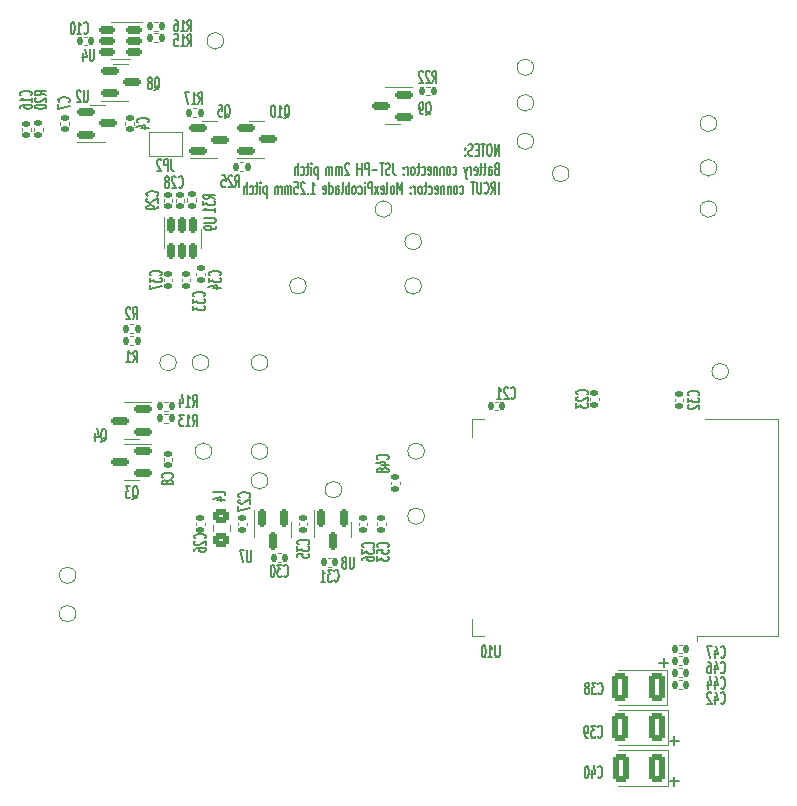
<source format=gbo>
%TF.GenerationSoftware,KiCad,Pcbnew,7.0.9*%
%TF.CreationDate,2024-01-10T01:47:22-08:00*%
%TF.ProjectId,ai-camera-rev3.1,61692d63-616d-4657-9261-2d726576332e,rev3.1*%
%TF.SameCoordinates,PX5a995c0PY2aea540*%
%TF.FileFunction,Legend,Bot*%
%TF.FilePolarity,Positive*%
%FSLAX46Y46*%
G04 Gerber Fmt 4.6, Leading zero omitted, Abs format (unit mm)*
G04 Created by KiCad (PCBNEW 7.0.9) date 2024-01-10 01:47:22*
%MOMM*%
%LPD*%
G01*
G04 APERTURE LIST*
G04 Aperture macros list*
%AMRoundRect*
0 Rectangle with rounded corners*
0 $1 Rounding radius*
0 $2 $3 $4 $5 $6 $7 $8 $9 X,Y pos of 4 corners*
0 Add a 4 corners polygon primitive as box body*
4,1,4,$2,$3,$4,$5,$6,$7,$8,$9,$2,$3,0*
0 Add four circle primitives for the rounded corners*
1,1,$1+$1,$2,$3*
1,1,$1+$1,$4,$5*
1,1,$1+$1,$6,$7*
1,1,$1+$1,$8,$9*
0 Add four rect primitives between the rounded corners*
20,1,$1+$1,$2,$3,$4,$5,0*
20,1,$1+$1,$4,$5,$6,$7,0*
20,1,$1+$1,$6,$7,$8,$9,0*
20,1,$1+$1,$8,$9,$2,$3,0*%
%AMRotRect*
0 Rectangle, with rotation*
0 The origin of the aperture is its center*
0 $1 length*
0 $2 width*
0 $3 Rotation angle, in degrees counterclockwise*
0 Add horizontal line*
21,1,$1,$2,0,0,$3*%
G04 Aperture macros list end*
%ADD10C,0.150000*%
%ADD11C,0.120000*%
%ADD12C,3.600000*%
%ADD13C,6.400000*%
%ADD14C,4.000000*%
%ADD15C,1.700000*%
%ADD16C,0.800000*%
%ADD17RotRect,1.524000X1.524000X45.000000*%
%ADD18C,1.524000*%
%ADD19R,1.700000X1.700000*%
%ADD20O,1.700000X1.700000*%
%ADD21C,0.650000*%
%ADD22O,2.100000X1.000000*%
%ADD23O,1.600000X1.000000*%
%ADD24C,2.374900*%
%ADD25C,0.990600*%
%ADD26RoundRect,0.150000X-0.587500X-0.150000X0.587500X-0.150000X0.587500X0.150000X-0.587500X0.150000X0*%
%ADD27RoundRect,0.250000X0.412500X0.925000X-0.412500X0.925000X-0.412500X-0.925000X0.412500X-0.925000X0*%
%ADD28C,1.000000*%
%ADD29RoundRect,0.135000X0.135000X0.185000X-0.135000X0.185000X-0.135000X-0.185000X0.135000X-0.185000X0*%
%ADD30RoundRect,0.140000X0.170000X-0.140000X0.170000X0.140000X-0.170000X0.140000X-0.170000X-0.140000X0*%
%ADD31R,0.900000X1.500000*%
%ADD32R,1.500000X0.900000*%
%ADD33R,3.900000X3.900000*%
%ADD34RoundRect,0.135000X-0.185000X0.135000X-0.185000X-0.135000X0.185000X-0.135000X0.185000X0.135000X0*%
%ADD35RoundRect,0.140000X-0.140000X-0.170000X0.140000X-0.170000X0.140000X0.170000X-0.140000X0.170000X0*%
%ADD36RoundRect,0.150000X0.587500X0.150000X-0.587500X0.150000X-0.587500X-0.150000X0.587500X-0.150000X0*%
%ADD37RoundRect,0.140000X-0.170000X0.140000X-0.170000X-0.140000X0.170000X-0.140000X0.170000X0.140000X0*%
%ADD38RoundRect,0.140000X0.140000X0.170000X-0.140000X0.170000X-0.140000X-0.170000X0.140000X-0.170000X0*%
%ADD39RoundRect,0.150000X-0.150000X0.587500X-0.150000X-0.587500X0.150000X-0.587500X0.150000X0.587500X0*%
%ADD40RoundRect,0.135000X-0.135000X-0.185000X0.135000X-0.185000X0.135000X0.185000X-0.135000X0.185000X0*%
%ADD41R,1.000000X1.500000*%
%ADD42RoundRect,0.150000X0.512500X0.150000X-0.512500X0.150000X-0.512500X-0.150000X0.512500X-0.150000X0*%
%ADD43RoundRect,0.135000X0.185000X-0.135000X0.185000X0.135000X-0.185000X0.135000X-0.185000X-0.135000X0*%
%ADD44RoundRect,0.150000X-0.150000X0.512500X-0.150000X-0.512500X0.150000X-0.512500X0.150000X0.512500X0*%
%ADD45RoundRect,0.250000X0.450000X-0.325000X0.450000X0.325000X-0.450000X0.325000X-0.450000X-0.325000X0*%
G04 APERTURE END LIST*
D10*
X46008458Y-14234819D02*
X46008458Y-13234819D01*
X46008458Y-13234819D02*
X45665601Y-14234819D01*
X45665601Y-14234819D02*
X45665601Y-13234819D01*
X45265602Y-13234819D02*
X45151316Y-13234819D01*
X45151316Y-13234819D02*
X45094173Y-13282438D01*
X45094173Y-13282438D02*
X45037030Y-13377676D01*
X45037030Y-13377676D02*
X45008459Y-13568152D01*
X45008459Y-13568152D02*
X45008459Y-13901485D01*
X45008459Y-13901485D02*
X45037030Y-14091961D01*
X45037030Y-14091961D02*
X45094173Y-14187200D01*
X45094173Y-14187200D02*
X45151316Y-14234819D01*
X45151316Y-14234819D02*
X45265602Y-14234819D01*
X45265602Y-14234819D02*
X45322745Y-14187200D01*
X45322745Y-14187200D02*
X45379887Y-14091961D01*
X45379887Y-14091961D02*
X45408459Y-13901485D01*
X45408459Y-13901485D02*
X45408459Y-13568152D01*
X45408459Y-13568152D02*
X45379887Y-13377676D01*
X45379887Y-13377676D02*
X45322745Y-13282438D01*
X45322745Y-13282438D02*
X45265602Y-13234819D01*
X44837031Y-13234819D02*
X44494174Y-13234819D01*
X44665602Y-14234819D02*
X44665602Y-13234819D01*
X44294173Y-13711009D02*
X44094173Y-13711009D01*
X44008459Y-14234819D02*
X44294173Y-14234819D01*
X44294173Y-14234819D02*
X44294173Y-13234819D01*
X44294173Y-13234819D02*
X44008459Y-13234819D01*
X43779888Y-14187200D02*
X43694174Y-14234819D01*
X43694174Y-14234819D02*
X43551316Y-14234819D01*
X43551316Y-14234819D02*
X43494174Y-14187200D01*
X43494174Y-14187200D02*
X43465602Y-14139580D01*
X43465602Y-14139580D02*
X43437031Y-14044342D01*
X43437031Y-14044342D02*
X43437031Y-13949104D01*
X43437031Y-13949104D02*
X43465602Y-13853866D01*
X43465602Y-13853866D02*
X43494174Y-13806247D01*
X43494174Y-13806247D02*
X43551316Y-13758628D01*
X43551316Y-13758628D02*
X43665602Y-13711009D01*
X43665602Y-13711009D02*
X43722745Y-13663390D01*
X43722745Y-13663390D02*
X43751316Y-13615771D01*
X43751316Y-13615771D02*
X43779888Y-13520533D01*
X43779888Y-13520533D02*
X43779888Y-13425295D01*
X43779888Y-13425295D02*
X43751316Y-13330057D01*
X43751316Y-13330057D02*
X43722745Y-13282438D01*
X43722745Y-13282438D02*
X43665602Y-13234819D01*
X43665602Y-13234819D02*
X43522745Y-13234819D01*
X43522745Y-13234819D02*
X43437031Y-13282438D01*
X43179887Y-14139580D02*
X43151316Y-14187200D01*
X43151316Y-14187200D02*
X43179887Y-14234819D01*
X43179887Y-14234819D02*
X43208459Y-14187200D01*
X43208459Y-14187200D02*
X43179887Y-14139580D01*
X43179887Y-14139580D02*
X43179887Y-14234819D01*
X43179887Y-13615771D02*
X43151316Y-13663390D01*
X43151316Y-13663390D02*
X43179887Y-13711009D01*
X43179887Y-13711009D02*
X43208459Y-13663390D01*
X43208459Y-13663390D02*
X43179887Y-13615771D01*
X43179887Y-13615771D02*
X43179887Y-13711009D01*
X45808458Y-15321009D02*
X45722744Y-15368628D01*
X45722744Y-15368628D02*
X45694173Y-15416247D01*
X45694173Y-15416247D02*
X45665601Y-15511485D01*
X45665601Y-15511485D02*
X45665601Y-15654342D01*
X45665601Y-15654342D02*
X45694173Y-15749580D01*
X45694173Y-15749580D02*
X45722744Y-15797200D01*
X45722744Y-15797200D02*
X45779887Y-15844819D01*
X45779887Y-15844819D02*
X46008458Y-15844819D01*
X46008458Y-15844819D02*
X46008458Y-14844819D01*
X46008458Y-14844819D02*
X45808458Y-14844819D01*
X45808458Y-14844819D02*
X45751316Y-14892438D01*
X45751316Y-14892438D02*
X45722744Y-14940057D01*
X45722744Y-14940057D02*
X45694173Y-15035295D01*
X45694173Y-15035295D02*
X45694173Y-15130533D01*
X45694173Y-15130533D02*
X45722744Y-15225771D01*
X45722744Y-15225771D02*
X45751316Y-15273390D01*
X45751316Y-15273390D02*
X45808458Y-15321009D01*
X45808458Y-15321009D02*
X46008458Y-15321009D01*
X45151316Y-15844819D02*
X45151316Y-15321009D01*
X45151316Y-15321009D02*
X45179887Y-15225771D01*
X45179887Y-15225771D02*
X45237030Y-15178152D01*
X45237030Y-15178152D02*
X45351316Y-15178152D01*
X45351316Y-15178152D02*
X45408458Y-15225771D01*
X45151316Y-15797200D02*
X45208458Y-15844819D01*
X45208458Y-15844819D02*
X45351316Y-15844819D01*
X45351316Y-15844819D02*
X45408458Y-15797200D01*
X45408458Y-15797200D02*
X45437030Y-15701961D01*
X45437030Y-15701961D02*
X45437030Y-15606723D01*
X45437030Y-15606723D02*
X45408458Y-15511485D01*
X45408458Y-15511485D02*
X45351316Y-15463866D01*
X45351316Y-15463866D02*
X45208458Y-15463866D01*
X45208458Y-15463866D02*
X45151316Y-15416247D01*
X44951316Y-15178152D02*
X44722744Y-15178152D01*
X44865601Y-14844819D02*
X44865601Y-15701961D01*
X44865601Y-15701961D02*
X44837030Y-15797200D01*
X44837030Y-15797200D02*
X44779887Y-15844819D01*
X44779887Y-15844819D02*
X44722744Y-15844819D01*
X44608459Y-15178152D02*
X44379887Y-15178152D01*
X44522744Y-14844819D02*
X44522744Y-15701961D01*
X44522744Y-15701961D02*
X44494173Y-15797200D01*
X44494173Y-15797200D02*
X44437030Y-15844819D01*
X44437030Y-15844819D02*
X44379887Y-15844819D01*
X43951316Y-15797200D02*
X44008459Y-15844819D01*
X44008459Y-15844819D02*
X44122745Y-15844819D01*
X44122745Y-15844819D02*
X44179887Y-15797200D01*
X44179887Y-15797200D02*
X44208459Y-15701961D01*
X44208459Y-15701961D02*
X44208459Y-15321009D01*
X44208459Y-15321009D02*
X44179887Y-15225771D01*
X44179887Y-15225771D02*
X44122745Y-15178152D01*
X44122745Y-15178152D02*
X44008459Y-15178152D01*
X44008459Y-15178152D02*
X43951316Y-15225771D01*
X43951316Y-15225771D02*
X43922745Y-15321009D01*
X43922745Y-15321009D02*
X43922745Y-15416247D01*
X43922745Y-15416247D02*
X44208459Y-15511485D01*
X43665601Y-15844819D02*
X43665601Y-15178152D01*
X43665601Y-15368628D02*
X43637030Y-15273390D01*
X43637030Y-15273390D02*
X43608459Y-15225771D01*
X43608459Y-15225771D02*
X43551316Y-15178152D01*
X43551316Y-15178152D02*
X43494173Y-15178152D01*
X43351315Y-15178152D02*
X43208458Y-15844819D01*
X43065601Y-15178152D02*
X43208458Y-15844819D01*
X43208458Y-15844819D02*
X43265601Y-16082914D01*
X43265601Y-16082914D02*
X43294172Y-16130533D01*
X43294172Y-16130533D02*
X43351315Y-16178152D01*
X42122744Y-15797200D02*
X42179886Y-15844819D01*
X42179886Y-15844819D02*
X42294172Y-15844819D01*
X42294172Y-15844819D02*
X42351315Y-15797200D01*
X42351315Y-15797200D02*
X42379886Y-15749580D01*
X42379886Y-15749580D02*
X42408458Y-15654342D01*
X42408458Y-15654342D02*
X42408458Y-15368628D01*
X42408458Y-15368628D02*
X42379886Y-15273390D01*
X42379886Y-15273390D02*
X42351315Y-15225771D01*
X42351315Y-15225771D02*
X42294172Y-15178152D01*
X42294172Y-15178152D02*
X42179886Y-15178152D01*
X42179886Y-15178152D02*
X42122744Y-15225771D01*
X41779886Y-15844819D02*
X41837029Y-15797200D01*
X41837029Y-15797200D02*
X41865600Y-15749580D01*
X41865600Y-15749580D02*
X41894172Y-15654342D01*
X41894172Y-15654342D02*
X41894172Y-15368628D01*
X41894172Y-15368628D02*
X41865600Y-15273390D01*
X41865600Y-15273390D02*
X41837029Y-15225771D01*
X41837029Y-15225771D02*
X41779886Y-15178152D01*
X41779886Y-15178152D02*
X41694172Y-15178152D01*
X41694172Y-15178152D02*
X41637029Y-15225771D01*
X41637029Y-15225771D02*
X41608458Y-15273390D01*
X41608458Y-15273390D02*
X41579886Y-15368628D01*
X41579886Y-15368628D02*
X41579886Y-15654342D01*
X41579886Y-15654342D02*
X41608458Y-15749580D01*
X41608458Y-15749580D02*
X41637029Y-15797200D01*
X41637029Y-15797200D02*
X41694172Y-15844819D01*
X41694172Y-15844819D02*
X41779886Y-15844819D01*
X41322743Y-15178152D02*
X41322743Y-15844819D01*
X41322743Y-15273390D02*
X41294172Y-15225771D01*
X41294172Y-15225771D02*
X41237029Y-15178152D01*
X41237029Y-15178152D02*
X41151315Y-15178152D01*
X41151315Y-15178152D02*
X41094172Y-15225771D01*
X41094172Y-15225771D02*
X41065601Y-15321009D01*
X41065601Y-15321009D02*
X41065601Y-15844819D01*
X40779886Y-15178152D02*
X40779886Y-15844819D01*
X40779886Y-15273390D02*
X40751315Y-15225771D01*
X40751315Y-15225771D02*
X40694172Y-15178152D01*
X40694172Y-15178152D02*
X40608458Y-15178152D01*
X40608458Y-15178152D02*
X40551315Y-15225771D01*
X40551315Y-15225771D02*
X40522744Y-15321009D01*
X40522744Y-15321009D02*
X40522744Y-15844819D01*
X40008458Y-15797200D02*
X40065601Y-15844819D01*
X40065601Y-15844819D02*
X40179887Y-15844819D01*
X40179887Y-15844819D02*
X40237029Y-15797200D01*
X40237029Y-15797200D02*
X40265601Y-15701961D01*
X40265601Y-15701961D02*
X40265601Y-15321009D01*
X40265601Y-15321009D02*
X40237029Y-15225771D01*
X40237029Y-15225771D02*
X40179887Y-15178152D01*
X40179887Y-15178152D02*
X40065601Y-15178152D01*
X40065601Y-15178152D02*
X40008458Y-15225771D01*
X40008458Y-15225771D02*
X39979887Y-15321009D01*
X39979887Y-15321009D02*
X39979887Y-15416247D01*
X39979887Y-15416247D02*
X40265601Y-15511485D01*
X39465601Y-15797200D02*
X39522743Y-15844819D01*
X39522743Y-15844819D02*
X39637029Y-15844819D01*
X39637029Y-15844819D02*
X39694172Y-15797200D01*
X39694172Y-15797200D02*
X39722743Y-15749580D01*
X39722743Y-15749580D02*
X39751315Y-15654342D01*
X39751315Y-15654342D02*
X39751315Y-15368628D01*
X39751315Y-15368628D02*
X39722743Y-15273390D01*
X39722743Y-15273390D02*
X39694172Y-15225771D01*
X39694172Y-15225771D02*
X39637029Y-15178152D01*
X39637029Y-15178152D02*
X39522743Y-15178152D01*
X39522743Y-15178152D02*
X39465601Y-15225771D01*
X39294172Y-15178152D02*
X39065600Y-15178152D01*
X39208457Y-14844819D02*
X39208457Y-15701961D01*
X39208457Y-15701961D02*
X39179886Y-15797200D01*
X39179886Y-15797200D02*
X39122743Y-15844819D01*
X39122743Y-15844819D02*
X39065600Y-15844819D01*
X38779886Y-15844819D02*
X38837029Y-15797200D01*
X38837029Y-15797200D02*
X38865600Y-15749580D01*
X38865600Y-15749580D02*
X38894172Y-15654342D01*
X38894172Y-15654342D02*
X38894172Y-15368628D01*
X38894172Y-15368628D02*
X38865600Y-15273390D01*
X38865600Y-15273390D02*
X38837029Y-15225771D01*
X38837029Y-15225771D02*
X38779886Y-15178152D01*
X38779886Y-15178152D02*
X38694172Y-15178152D01*
X38694172Y-15178152D02*
X38637029Y-15225771D01*
X38637029Y-15225771D02*
X38608458Y-15273390D01*
X38608458Y-15273390D02*
X38579886Y-15368628D01*
X38579886Y-15368628D02*
X38579886Y-15654342D01*
X38579886Y-15654342D02*
X38608458Y-15749580D01*
X38608458Y-15749580D02*
X38637029Y-15797200D01*
X38637029Y-15797200D02*
X38694172Y-15844819D01*
X38694172Y-15844819D02*
X38779886Y-15844819D01*
X38322743Y-15844819D02*
X38322743Y-15178152D01*
X38322743Y-15368628D02*
X38294172Y-15273390D01*
X38294172Y-15273390D02*
X38265601Y-15225771D01*
X38265601Y-15225771D02*
X38208458Y-15178152D01*
X38208458Y-15178152D02*
X38151315Y-15178152D01*
X37951314Y-15749580D02*
X37922743Y-15797200D01*
X37922743Y-15797200D02*
X37951314Y-15844819D01*
X37951314Y-15844819D02*
X37979886Y-15797200D01*
X37979886Y-15797200D02*
X37951314Y-15749580D01*
X37951314Y-15749580D02*
X37951314Y-15844819D01*
X37951314Y-15225771D02*
X37922743Y-15273390D01*
X37922743Y-15273390D02*
X37951314Y-15321009D01*
X37951314Y-15321009D02*
X37979886Y-15273390D01*
X37979886Y-15273390D02*
X37951314Y-15225771D01*
X37951314Y-15225771D02*
X37951314Y-15321009D01*
X37037029Y-14844819D02*
X37037029Y-15559104D01*
X37037029Y-15559104D02*
X37065600Y-15701961D01*
X37065600Y-15701961D02*
X37122743Y-15797200D01*
X37122743Y-15797200D02*
X37208457Y-15844819D01*
X37208457Y-15844819D02*
X37265600Y-15844819D01*
X36779886Y-15797200D02*
X36694172Y-15844819D01*
X36694172Y-15844819D02*
X36551314Y-15844819D01*
X36551314Y-15844819D02*
X36494172Y-15797200D01*
X36494172Y-15797200D02*
X36465600Y-15749580D01*
X36465600Y-15749580D02*
X36437029Y-15654342D01*
X36437029Y-15654342D02*
X36437029Y-15559104D01*
X36437029Y-15559104D02*
X36465600Y-15463866D01*
X36465600Y-15463866D02*
X36494172Y-15416247D01*
X36494172Y-15416247D02*
X36551314Y-15368628D01*
X36551314Y-15368628D02*
X36665600Y-15321009D01*
X36665600Y-15321009D02*
X36722743Y-15273390D01*
X36722743Y-15273390D02*
X36751314Y-15225771D01*
X36751314Y-15225771D02*
X36779886Y-15130533D01*
X36779886Y-15130533D02*
X36779886Y-15035295D01*
X36779886Y-15035295D02*
X36751314Y-14940057D01*
X36751314Y-14940057D02*
X36722743Y-14892438D01*
X36722743Y-14892438D02*
X36665600Y-14844819D01*
X36665600Y-14844819D02*
X36522743Y-14844819D01*
X36522743Y-14844819D02*
X36437029Y-14892438D01*
X36265600Y-14844819D02*
X35922743Y-14844819D01*
X36094171Y-15844819D02*
X36094171Y-14844819D01*
X35722742Y-15463866D02*
X35265600Y-15463866D01*
X34979885Y-15844819D02*
X34979885Y-14844819D01*
X34979885Y-14844819D02*
X34751314Y-14844819D01*
X34751314Y-14844819D02*
X34694171Y-14892438D01*
X34694171Y-14892438D02*
X34665600Y-14940057D01*
X34665600Y-14940057D02*
X34637028Y-15035295D01*
X34637028Y-15035295D02*
X34637028Y-15178152D01*
X34637028Y-15178152D02*
X34665600Y-15273390D01*
X34665600Y-15273390D02*
X34694171Y-15321009D01*
X34694171Y-15321009D02*
X34751314Y-15368628D01*
X34751314Y-15368628D02*
X34979885Y-15368628D01*
X34379885Y-15844819D02*
X34379885Y-14844819D01*
X34379885Y-15321009D02*
X34037028Y-15321009D01*
X34037028Y-15844819D02*
X34037028Y-14844819D01*
X33322743Y-14940057D02*
X33294171Y-14892438D01*
X33294171Y-14892438D02*
X33237029Y-14844819D01*
X33237029Y-14844819D02*
X33094171Y-14844819D01*
X33094171Y-14844819D02*
X33037029Y-14892438D01*
X33037029Y-14892438D02*
X33008457Y-14940057D01*
X33008457Y-14940057D02*
X32979886Y-15035295D01*
X32979886Y-15035295D02*
X32979886Y-15130533D01*
X32979886Y-15130533D02*
X33008457Y-15273390D01*
X33008457Y-15273390D02*
X33351314Y-15844819D01*
X33351314Y-15844819D02*
X32979886Y-15844819D01*
X32722742Y-15844819D02*
X32722742Y-15178152D01*
X32722742Y-15273390D02*
X32694171Y-15225771D01*
X32694171Y-15225771D02*
X32637028Y-15178152D01*
X32637028Y-15178152D02*
X32551314Y-15178152D01*
X32551314Y-15178152D02*
X32494171Y-15225771D01*
X32494171Y-15225771D02*
X32465600Y-15321009D01*
X32465600Y-15321009D02*
X32465600Y-15844819D01*
X32465600Y-15321009D02*
X32437028Y-15225771D01*
X32437028Y-15225771D02*
X32379885Y-15178152D01*
X32379885Y-15178152D02*
X32294171Y-15178152D01*
X32294171Y-15178152D02*
X32237028Y-15225771D01*
X32237028Y-15225771D02*
X32208457Y-15321009D01*
X32208457Y-15321009D02*
X32208457Y-15844819D01*
X31922742Y-15844819D02*
X31922742Y-15178152D01*
X31922742Y-15273390D02*
X31894171Y-15225771D01*
X31894171Y-15225771D02*
X31837028Y-15178152D01*
X31837028Y-15178152D02*
X31751314Y-15178152D01*
X31751314Y-15178152D02*
X31694171Y-15225771D01*
X31694171Y-15225771D02*
X31665600Y-15321009D01*
X31665600Y-15321009D02*
X31665600Y-15844819D01*
X31665600Y-15321009D02*
X31637028Y-15225771D01*
X31637028Y-15225771D02*
X31579885Y-15178152D01*
X31579885Y-15178152D02*
X31494171Y-15178152D01*
X31494171Y-15178152D02*
X31437028Y-15225771D01*
X31437028Y-15225771D02*
X31408457Y-15321009D01*
X31408457Y-15321009D02*
X31408457Y-15844819D01*
X30665599Y-15178152D02*
X30665599Y-16178152D01*
X30665599Y-15225771D02*
X30608457Y-15178152D01*
X30608457Y-15178152D02*
X30494171Y-15178152D01*
X30494171Y-15178152D02*
X30437028Y-15225771D01*
X30437028Y-15225771D02*
X30408457Y-15273390D01*
X30408457Y-15273390D02*
X30379885Y-15368628D01*
X30379885Y-15368628D02*
X30379885Y-15654342D01*
X30379885Y-15654342D02*
X30408457Y-15749580D01*
X30408457Y-15749580D02*
X30437028Y-15797200D01*
X30437028Y-15797200D02*
X30494171Y-15844819D01*
X30494171Y-15844819D02*
X30608457Y-15844819D01*
X30608457Y-15844819D02*
X30665599Y-15797200D01*
X30122742Y-15844819D02*
X30122742Y-15178152D01*
X30122742Y-14844819D02*
X30151314Y-14892438D01*
X30151314Y-14892438D02*
X30122742Y-14940057D01*
X30122742Y-14940057D02*
X30094171Y-14892438D01*
X30094171Y-14892438D02*
X30122742Y-14844819D01*
X30122742Y-14844819D02*
X30122742Y-14940057D01*
X29922743Y-15178152D02*
X29694171Y-15178152D01*
X29837028Y-14844819D02*
X29837028Y-15701961D01*
X29837028Y-15701961D02*
X29808457Y-15797200D01*
X29808457Y-15797200D02*
X29751314Y-15844819D01*
X29751314Y-15844819D02*
X29694171Y-15844819D01*
X29237029Y-15797200D02*
X29294171Y-15844819D01*
X29294171Y-15844819D02*
X29408457Y-15844819D01*
X29408457Y-15844819D02*
X29465600Y-15797200D01*
X29465600Y-15797200D02*
X29494171Y-15749580D01*
X29494171Y-15749580D02*
X29522743Y-15654342D01*
X29522743Y-15654342D02*
X29522743Y-15368628D01*
X29522743Y-15368628D02*
X29494171Y-15273390D01*
X29494171Y-15273390D02*
X29465600Y-15225771D01*
X29465600Y-15225771D02*
X29408457Y-15178152D01*
X29408457Y-15178152D02*
X29294171Y-15178152D01*
X29294171Y-15178152D02*
X29237029Y-15225771D01*
X28979885Y-15844819D02*
X28979885Y-14844819D01*
X28722743Y-15844819D02*
X28722743Y-15321009D01*
X28722743Y-15321009D02*
X28751314Y-15225771D01*
X28751314Y-15225771D02*
X28808457Y-15178152D01*
X28808457Y-15178152D02*
X28894171Y-15178152D01*
X28894171Y-15178152D02*
X28951314Y-15225771D01*
X28951314Y-15225771D02*
X28979885Y-15273390D01*
X46008458Y-17454819D02*
X46008458Y-16454819D01*
X45379887Y-17454819D02*
X45579887Y-16978628D01*
X45722744Y-17454819D02*
X45722744Y-16454819D01*
X45722744Y-16454819D02*
X45494173Y-16454819D01*
X45494173Y-16454819D02*
X45437030Y-16502438D01*
X45437030Y-16502438D02*
X45408459Y-16550057D01*
X45408459Y-16550057D02*
X45379887Y-16645295D01*
X45379887Y-16645295D02*
X45379887Y-16788152D01*
X45379887Y-16788152D02*
X45408459Y-16883390D01*
X45408459Y-16883390D02*
X45437030Y-16931009D01*
X45437030Y-16931009D02*
X45494173Y-16978628D01*
X45494173Y-16978628D02*
X45722744Y-16978628D01*
X44779887Y-17359580D02*
X44808459Y-17407200D01*
X44808459Y-17407200D02*
X44894173Y-17454819D01*
X44894173Y-17454819D02*
X44951316Y-17454819D01*
X44951316Y-17454819D02*
X45037030Y-17407200D01*
X45037030Y-17407200D02*
X45094173Y-17311961D01*
X45094173Y-17311961D02*
X45122744Y-17216723D01*
X45122744Y-17216723D02*
X45151316Y-17026247D01*
X45151316Y-17026247D02*
X45151316Y-16883390D01*
X45151316Y-16883390D02*
X45122744Y-16692914D01*
X45122744Y-16692914D02*
X45094173Y-16597676D01*
X45094173Y-16597676D02*
X45037030Y-16502438D01*
X45037030Y-16502438D02*
X44951316Y-16454819D01*
X44951316Y-16454819D02*
X44894173Y-16454819D01*
X44894173Y-16454819D02*
X44808459Y-16502438D01*
X44808459Y-16502438D02*
X44779887Y-16550057D01*
X44522744Y-16454819D02*
X44522744Y-17264342D01*
X44522744Y-17264342D02*
X44494173Y-17359580D01*
X44494173Y-17359580D02*
X44465602Y-17407200D01*
X44465602Y-17407200D02*
X44408459Y-17454819D01*
X44408459Y-17454819D02*
X44294173Y-17454819D01*
X44294173Y-17454819D02*
X44237030Y-17407200D01*
X44237030Y-17407200D02*
X44208459Y-17359580D01*
X44208459Y-17359580D02*
X44179887Y-17264342D01*
X44179887Y-17264342D02*
X44179887Y-16454819D01*
X43979888Y-16454819D02*
X43637031Y-16454819D01*
X43808459Y-17454819D02*
X43808459Y-16454819D01*
X42722745Y-17407200D02*
X42779887Y-17454819D01*
X42779887Y-17454819D02*
X42894173Y-17454819D01*
X42894173Y-17454819D02*
X42951316Y-17407200D01*
X42951316Y-17407200D02*
X42979887Y-17359580D01*
X42979887Y-17359580D02*
X43008459Y-17264342D01*
X43008459Y-17264342D02*
X43008459Y-16978628D01*
X43008459Y-16978628D02*
X42979887Y-16883390D01*
X42979887Y-16883390D02*
X42951316Y-16835771D01*
X42951316Y-16835771D02*
X42894173Y-16788152D01*
X42894173Y-16788152D02*
X42779887Y-16788152D01*
X42779887Y-16788152D02*
X42722745Y-16835771D01*
X42379887Y-17454819D02*
X42437030Y-17407200D01*
X42437030Y-17407200D02*
X42465601Y-17359580D01*
X42465601Y-17359580D02*
X42494173Y-17264342D01*
X42494173Y-17264342D02*
X42494173Y-16978628D01*
X42494173Y-16978628D02*
X42465601Y-16883390D01*
X42465601Y-16883390D02*
X42437030Y-16835771D01*
X42437030Y-16835771D02*
X42379887Y-16788152D01*
X42379887Y-16788152D02*
X42294173Y-16788152D01*
X42294173Y-16788152D02*
X42237030Y-16835771D01*
X42237030Y-16835771D02*
X42208459Y-16883390D01*
X42208459Y-16883390D02*
X42179887Y-16978628D01*
X42179887Y-16978628D02*
X42179887Y-17264342D01*
X42179887Y-17264342D02*
X42208459Y-17359580D01*
X42208459Y-17359580D02*
X42237030Y-17407200D01*
X42237030Y-17407200D02*
X42294173Y-17454819D01*
X42294173Y-17454819D02*
X42379887Y-17454819D01*
X41922744Y-16788152D02*
X41922744Y-17454819D01*
X41922744Y-16883390D02*
X41894173Y-16835771D01*
X41894173Y-16835771D02*
X41837030Y-16788152D01*
X41837030Y-16788152D02*
X41751316Y-16788152D01*
X41751316Y-16788152D02*
X41694173Y-16835771D01*
X41694173Y-16835771D02*
X41665602Y-16931009D01*
X41665602Y-16931009D02*
X41665602Y-17454819D01*
X41379887Y-16788152D02*
X41379887Y-17454819D01*
X41379887Y-16883390D02*
X41351316Y-16835771D01*
X41351316Y-16835771D02*
X41294173Y-16788152D01*
X41294173Y-16788152D02*
X41208459Y-16788152D01*
X41208459Y-16788152D02*
X41151316Y-16835771D01*
X41151316Y-16835771D02*
X41122745Y-16931009D01*
X41122745Y-16931009D02*
X41122745Y-17454819D01*
X40608459Y-17407200D02*
X40665602Y-17454819D01*
X40665602Y-17454819D02*
X40779888Y-17454819D01*
X40779888Y-17454819D02*
X40837030Y-17407200D01*
X40837030Y-17407200D02*
X40865602Y-17311961D01*
X40865602Y-17311961D02*
X40865602Y-16931009D01*
X40865602Y-16931009D02*
X40837030Y-16835771D01*
X40837030Y-16835771D02*
X40779888Y-16788152D01*
X40779888Y-16788152D02*
X40665602Y-16788152D01*
X40665602Y-16788152D02*
X40608459Y-16835771D01*
X40608459Y-16835771D02*
X40579888Y-16931009D01*
X40579888Y-16931009D02*
X40579888Y-17026247D01*
X40579888Y-17026247D02*
X40865602Y-17121485D01*
X40065602Y-17407200D02*
X40122744Y-17454819D01*
X40122744Y-17454819D02*
X40237030Y-17454819D01*
X40237030Y-17454819D02*
X40294173Y-17407200D01*
X40294173Y-17407200D02*
X40322744Y-17359580D01*
X40322744Y-17359580D02*
X40351316Y-17264342D01*
X40351316Y-17264342D02*
X40351316Y-16978628D01*
X40351316Y-16978628D02*
X40322744Y-16883390D01*
X40322744Y-16883390D02*
X40294173Y-16835771D01*
X40294173Y-16835771D02*
X40237030Y-16788152D01*
X40237030Y-16788152D02*
X40122744Y-16788152D01*
X40122744Y-16788152D02*
X40065602Y-16835771D01*
X39894173Y-16788152D02*
X39665601Y-16788152D01*
X39808458Y-16454819D02*
X39808458Y-17311961D01*
X39808458Y-17311961D02*
X39779887Y-17407200D01*
X39779887Y-17407200D02*
X39722744Y-17454819D01*
X39722744Y-17454819D02*
X39665601Y-17454819D01*
X39379887Y-17454819D02*
X39437030Y-17407200D01*
X39437030Y-17407200D02*
X39465601Y-17359580D01*
X39465601Y-17359580D02*
X39494173Y-17264342D01*
X39494173Y-17264342D02*
X39494173Y-16978628D01*
X39494173Y-16978628D02*
X39465601Y-16883390D01*
X39465601Y-16883390D02*
X39437030Y-16835771D01*
X39437030Y-16835771D02*
X39379887Y-16788152D01*
X39379887Y-16788152D02*
X39294173Y-16788152D01*
X39294173Y-16788152D02*
X39237030Y-16835771D01*
X39237030Y-16835771D02*
X39208459Y-16883390D01*
X39208459Y-16883390D02*
X39179887Y-16978628D01*
X39179887Y-16978628D02*
X39179887Y-17264342D01*
X39179887Y-17264342D02*
X39208459Y-17359580D01*
X39208459Y-17359580D02*
X39237030Y-17407200D01*
X39237030Y-17407200D02*
X39294173Y-17454819D01*
X39294173Y-17454819D02*
X39379887Y-17454819D01*
X38922744Y-17454819D02*
X38922744Y-16788152D01*
X38922744Y-16978628D02*
X38894173Y-16883390D01*
X38894173Y-16883390D02*
X38865602Y-16835771D01*
X38865602Y-16835771D02*
X38808459Y-16788152D01*
X38808459Y-16788152D02*
X38751316Y-16788152D01*
X38551315Y-17359580D02*
X38522744Y-17407200D01*
X38522744Y-17407200D02*
X38551315Y-17454819D01*
X38551315Y-17454819D02*
X38579887Y-17407200D01*
X38579887Y-17407200D02*
X38551315Y-17359580D01*
X38551315Y-17359580D02*
X38551315Y-17454819D01*
X38551315Y-16835771D02*
X38522744Y-16883390D01*
X38522744Y-16883390D02*
X38551315Y-16931009D01*
X38551315Y-16931009D02*
X38579887Y-16883390D01*
X38579887Y-16883390D02*
X38551315Y-16835771D01*
X38551315Y-16835771D02*
X38551315Y-16931009D01*
X37808458Y-17454819D02*
X37808458Y-16454819D01*
X37808458Y-16454819D02*
X37608458Y-17169104D01*
X37608458Y-17169104D02*
X37408458Y-16454819D01*
X37408458Y-16454819D02*
X37408458Y-17454819D01*
X37037030Y-17454819D02*
X37094173Y-17407200D01*
X37094173Y-17407200D02*
X37122744Y-17359580D01*
X37122744Y-17359580D02*
X37151316Y-17264342D01*
X37151316Y-17264342D02*
X37151316Y-16978628D01*
X37151316Y-16978628D02*
X37122744Y-16883390D01*
X37122744Y-16883390D02*
X37094173Y-16835771D01*
X37094173Y-16835771D02*
X37037030Y-16788152D01*
X37037030Y-16788152D02*
X36951316Y-16788152D01*
X36951316Y-16788152D02*
X36894173Y-16835771D01*
X36894173Y-16835771D02*
X36865602Y-16883390D01*
X36865602Y-16883390D02*
X36837030Y-16978628D01*
X36837030Y-16978628D02*
X36837030Y-17264342D01*
X36837030Y-17264342D02*
X36865602Y-17359580D01*
X36865602Y-17359580D02*
X36894173Y-17407200D01*
X36894173Y-17407200D02*
X36951316Y-17454819D01*
X36951316Y-17454819D02*
X37037030Y-17454819D01*
X36494173Y-17454819D02*
X36551316Y-17407200D01*
X36551316Y-17407200D02*
X36579887Y-17311961D01*
X36579887Y-17311961D02*
X36579887Y-16454819D01*
X36037030Y-17407200D02*
X36094173Y-17454819D01*
X36094173Y-17454819D02*
X36208459Y-17454819D01*
X36208459Y-17454819D02*
X36265601Y-17407200D01*
X36265601Y-17407200D02*
X36294173Y-17311961D01*
X36294173Y-17311961D02*
X36294173Y-16931009D01*
X36294173Y-16931009D02*
X36265601Y-16835771D01*
X36265601Y-16835771D02*
X36208459Y-16788152D01*
X36208459Y-16788152D02*
X36094173Y-16788152D01*
X36094173Y-16788152D02*
X36037030Y-16835771D01*
X36037030Y-16835771D02*
X36008459Y-16931009D01*
X36008459Y-16931009D02*
X36008459Y-17026247D01*
X36008459Y-17026247D02*
X36294173Y-17121485D01*
X35808458Y-17454819D02*
X35494173Y-16788152D01*
X35808458Y-16788152D02*
X35494173Y-17454819D01*
X35265601Y-17454819D02*
X35265601Y-16454819D01*
X35265601Y-16454819D02*
X35037030Y-16454819D01*
X35037030Y-16454819D02*
X34979887Y-16502438D01*
X34979887Y-16502438D02*
X34951316Y-16550057D01*
X34951316Y-16550057D02*
X34922744Y-16645295D01*
X34922744Y-16645295D02*
X34922744Y-16788152D01*
X34922744Y-16788152D02*
X34951316Y-16883390D01*
X34951316Y-16883390D02*
X34979887Y-16931009D01*
X34979887Y-16931009D02*
X35037030Y-16978628D01*
X35037030Y-16978628D02*
X35265601Y-16978628D01*
X34665601Y-17454819D02*
X34665601Y-16788152D01*
X34665601Y-16454819D02*
X34694173Y-16502438D01*
X34694173Y-16502438D02*
X34665601Y-16550057D01*
X34665601Y-16550057D02*
X34637030Y-16502438D01*
X34637030Y-16502438D02*
X34665601Y-16454819D01*
X34665601Y-16454819D02*
X34665601Y-16550057D01*
X34122745Y-17407200D02*
X34179887Y-17454819D01*
X34179887Y-17454819D02*
X34294173Y-17454819D01*
X34294173Y-17454819D02*
X34351316Y-17407200D01*
X34351316Y-17407200D02*
X34379887Y-17359580D01*
X34379887Y-17359580D02*
X34408459Y-17264342D01*
X34408459Y-17264342D02*
X34408459Y-16978628D01*
X34408459Y-16978628D02*
X34379887Y-16883390D01*
X34379887Y-16883390D02*
X34351316Y-16835771D01*
X34351316Y-16835771D02*
X34294173Y-16788152D01*
X34294173Y-16788152D02*
X34179887Y-16788152D01*
X34179887Y-16788152D02*
X34122745Y-16835771D01*
X33779887Y-17454819D02*
X33837030Y-17407200D01*
X33837030Y-17407200D02*
X33865601Y-17359580D01*
X33865601Y-17359580D02*
X33894173Y-17264342D01*
X33894173Y-17264342D02*
X33894173Y-16978628D01*
X33894173Y-16978628D02*
X33865601Y-16883390D01*
X33865601Y-16883390D02*
X33837030Y-16835771D01*
X33837030Y-16835771D02*
X33779887Y-16788152D01*
X33779887Y-16788152D02*
X33694173Y-16788152D01*
X33694173Y-16788152D02*
X33637030Y-16835771D01*
X33637030Y-16835771D02*
X33608459Y-16883390D01*
X33608459Y-16883390D02*
X33579887Y-16978628D01*
X33579887Y-16978628D02*
X33579887Y-17264342D01*
X33579887Y-17264342D02*
X33608459Y-17359580D01*
X33608459Y-17359580D02*
X33637030Y-17407200D01*
X33637030Y-17407200D02*
X33694173Y-17454819D01*
X33694173Y-17454819D02*
X33779887Y-17454819D01*
X33322744Y-17454819D02*
X33322744Y-16454819D01*
X33322744Y-16835771D02*
X33265602Y-16788152D01*
X33265602Y-16788152D02*
X33151316Y-16788152D01*
X33151316Y-16788152D02*
X33094173Y-16835771D01*
X33094173Y-16835771D02*
X33065602Y-16883390D01*
X33065602Y-16883390D02*
X33037030Y-16978628D01*
X33037030Y-16978628D02*
X33037030Y-17264342D01*
X33037030Y-17264342D02*
X33065602Y-17359580D01*
X33065602Y-17359580D02*
X33094173Y-17407200D01*
X33094173Y-17407200D02*
X33151316Y-17454819D01*
X33151316Y-17454819D02*
X33265602Y-17454819D01*
X33265602Y-17454819D02*
X33322744Y-17407200D01*
X32694173Y-17454819D02*
X32751316Y-17407200D01*
X32751316Y-17407200D02*
X32779887Y-17311961D01*
X32779887Y-17311961D02*
X32779887Y-16454819D01*
X32208459Y-17454819D02*
X32208459Y-16931009D01*
X32208459Y-16931009D02*
X32237030Y-16835771D01*
X32237030Y-16835771D02*
X32294173Y-16788152D01*
X32294173Y-16788152D02*
X32408459Y-16788152D01*
X32408459Y-16788152D02*
X32465601Y-16835771D01*
X32208459Y-17407200D02*
X32265601Y-17454819D01*
X32265601Y-17454819D02*
X32408459Y-17454819D01*
X32408459Y-17454819D02*
X32465601Y-17407200D01*
X32465601Y-17407200D02*
X32494173Y-17311961D01*
X32494173Y-17311961D02*
X32494173Y-17216723D01*
X32494173Y-17216723D02*
X32465601Y-17121485D01*
X32465601Y-17121485D02*
X32408459Y-17073866D01*
X32408459Y-17073866D02*
X32265601Y-17073866D01*
X32265601Y-17073866D02*
X32208459Y-17026247D01*
X31665602Y-17454819D02*
X31665602Y-16454819D01*
X31665602Y-17407200D02*
X31722744Y-17454819D01*
X31722744Y-17454819D02*
X31837030Y-17454819D01*
X31837030Y-17454819D02*
X31894173Y-17407200D01*
X31894173Y-17407200D02*
X31922744Y-17359580D01*
X31922744Y-17359580D02*
X31951316Y-17264342D01*
X31951316Y-17264342D02*
X31951316Y-16978628D01*
X31951316Y-16978628D02*
X31922744Y-16883390D01*
X31922744Y-16883390D02*
X31894173Y-16835771D01*
X31894173Y-16835771D02*
X31837030Y-16788152D01*
X31837030Y-16788152D02*
X31722744Y-16788152D01*
X31722744Y-16788152D02*
X31665602Y-16835771D01*
X31151316Y-17407200D02*
X31208459Y-17454819D01*
X31208459Y-17454819D02*
X31322745Y-17454819D01*
X31322745Y-17454819D02*
X31379887Y-17407200D01*
X31379887Y-17407200D02*
X31408459Y-17311961D01*
X31408459Y-17311961D02*
X31408459Y-16931009D01*
X31408459Y-16931009D02*
X31379887Y-16835771D01*
X31379887Y-16835771D02*
X31322745Y-16788152D01*
X31322745Y-16788152D02*
X31208459Y-16788152D01*
X31208459Y-16788152D02*
X31151316Y-16835771D01*
X31151316Y-16835771D02*
X31122745Y-16931009D01*
X31122745Y-16931009D02*
X31122745Y-17026247D01*
X31122745Y-17026247D02*
X31408459Y-17121485D01*
X30094173Y-17454819D02*
X30437030Y-17454819D01*
X30265601Y-17454819D02*
X30265601Y-16454819D01*
X30265601Y-16454819D02*
X30322744Y-16597676D01*
X30322744Y-16597676D02*
X30379887Y-16692914D01*
X30379887Y-16692914D02*
X30437030Y-16740533D01*
X29837029Y-17359580D02*
X29808458Y-17407200D01*
X29808458Y-17407200D02*
X29837029Y-17454819D01*
X29837029Y-17454819D02*
X29865601Y-17407200D01*
X29865601Y-17407200D02*
X29837029Y-17359580D01*
X29837029Y-17359580D02*
X29837029Y-17454819D01*
X29579887Y-16550057D02*
X29551315Y-16502438D01*
X29551315Y-16502438D02*
X29494173Y-16454819D01*
X29494173Y-16454819D02*
X29351315Y-16454819D01*
X29351315Y-16454819D02*
X29294173Y-16502438D01*
X29294173Y-16502438D02*
X29265601Y-16550057D01*
X29265601Y-16550057D02*
X29237030Y-16645295D01*
X29237030Y-16645295D02*
X29237030Y-16740533D01*
X29237030Y-16740533D02*
X29265601Y-16883390D01*
X29265601Y-16883390D02*
X29608458Y-17454819D01*
X29608458Y-17454819D02*
X29237030Y-17454819D01*
X28694172Y-16454819D02*
X28979886Y-16454819D01*
X28979886Y-16454819D02*
X29008458Y-16931009D01*
X29008458Y-16931009D02*
X28979886Y-16883390D01*
X28979886Y-16883390D02*
X28922744Y-16835771D01*
X28922744Y-16835771D02*
X28779886Y-16835771D01*
X28779886Y-16835771D02*
X28722744Y-16883390D01*
X28722744Y-16883390D02*
X28694172Y-16931009D01*
X28694172Y-16931009D02*
X28665601Y-17026247D01*
X28665601Y-17026247D02*
X28665601Y-17264342D01*
X28665601Y-17264342D02*
X28694172Y-17359580D01*
X28694172Y-17359580D02*
X28722744Y-17407200D01*
X28722744Y-17407200D02*
X28779886Y-17454819D01*
X28779886Y-17454819D02*
X28922744Y-17454819D01*
X28922744Y-17454819D02*
X28979886Y-17407200D01*
X28979886Y-17407200D02*
X29008458Y-17359580D01*
X28408457Y-17454819D02*
X28408457Y-16788152D01*
X28408457Y-16883390D02*
X28379886Y-16835771D01*
X28379886Y-16835771D02*
X28322743Y-16788152D01*
X28322743Y-16788152D02*
X28237029Y-16788152D01*
X28237029Y-16788152D02*
X28179886Y-16835771D01*
X28179886Y-16835771D02*
X28151315Y-16931009D01*
X28151315Y-16931009D02*
X28151315Y-17454819D01*
X28151315Y-16931009D02*
X28122743Y-16835771D01*
X28122743Y-16835771D02*
X28065600Y-16788152D01*
X28065600Y-16788152D02*
X27979886Y-16788152D01*
X27979886Y-16788152D02*
X27922743Y-16835771D01*
X27922743Y-16835771D02*
X27894172Y-16931009D01*
X27894172Y-16931009D02*
X27894172Y-17454819D01*
X27608457Y-17454819D02*
X27608457Y-16788152D01*
X27608457Y-16883390D02*
X27579886Y-16835771D01*
X27579886Y-16835771D02*
X27522743Y-16788152D01*
X27522743Y-16788152D02*
X27437029Y-16788152D01*
X27437029Y-16788152D02*
X27379886Y-16835771D01*
X27379886Y-16835771D02*
X27351315Y-16931009D01*
X27351315Y-16931009D02*
X27351315Y-17454819D01*
X27351315Y-16931009D02*
X27322743Y-16835771D01*
X27322743Y-16835771D02*
X27265600Y-16788152D01*
X27265600Y-16788152D02*
X27179886Y-16788152D01*
X27179886Y-16788152D02*
X27122743Y-16835771D01*
X27122743Y-16835771D02*
X27094172Y-16931009D01*
X27094172Y-16931009D02*
X27094172Y-17454819D01*
X26351314Y-16788152D02*
X26351314Y-17788152D01*
X26351314Y-16835771D02*
X26294172Y-16788152D01*
X26294172Y-16788152D02*
X26179886Y-16788152D01*
X26179886Y-16788152D02*
X26122743Y-16835771D01*
X26122743Y-16835771D02*
X26094172Y-16883390D01*
X26094172Y-16883390D02*
X26065600Y-16978628D01*
X26065600Y-16978628D02*
X26065600Y-17264342D01*
X26065600Y-17264342D02*
X26094172Y-17359580D01*
X26094172Y-17359580D02*
X26122743Y-17407200D01*
X26122743Y-17407200D02*
X26179886Y-17454819D01*
X26179886Y-17454819D02*
X26294172Y-17454819D01*
X26294172Y-17454819D02*
X26351314Y-17407200D01*
X25808457Y-17454819D02*
X25808457Y-16788152D01*
X25808457Y-16454819D02*
X25837029Y-16502438D01*
X25837029Y-16502438D02*
X25808457Y-16550057D01*
X25808457Y-16550057D02*
X25779886Y-16502438D01*
X25779886Y-16502438D02*
X25808457Y-16454819D01*
X25808457Y-16454819D02*
X25808457Y-16550057D01*
X25608458Y-16788152D02*
X25379886Y-16788152D01*
X25522743Y-16454819D02*
X25522743Y-17311961D01*
X25522743Y-17311961D02*
X25494172Y-17407200D01*
X25494172Y-17407200D02*
X25437029Y-17454819D01*
X25437029Y-17454819D02*
X25379886Y-17454819D01*
X24922744Y-17407200D02*
X24979886Y-17454819D01*
X24979886Y-17454819D02*
X25094172Y-17454819D01*
X25094172Y-17454819D02*
X25151315Y-17407200D01*
X25151315Y-17407200D02*
X25179886Y-17359580D01*
X25179886Y-17359580D02*
X25208458Y-17264342D01*
X25208458Y-17264342D02*
X25208458Y-16978628D01*
X25208458Y-16978628D02*
X25179886Y-16883390D01*
X25179886Y-16883390D02*
X25151315Y-16835771D01*
X25151315Y-16835771D02*
X25094172Y-16788152D01*
X25094172Y-16788152D02*
X24979886Y-16788152D01*
X24979886Y-16788152D02*
X24922744Y-16835771D01*
X24665600Y-17454819D02*
X24665600Y-16454819D01*
X24408458Y-17454819D02*
X24408458Y-16931009D01*
X24408458Y-16931009D02*
X24437029Y-16835771D01*
X24437029Y-16835771D02*
X24494172Y-16788152D01*
X24494172Y-16788152D02*
X24579886Y-16788152D01*
X24579886Y-16788152D02*
X24637029Y-16835771D01*
X24637029Y-16835771D02*
X24665600Y-16883390D01*
X22787142Y-11020057D02*
X22844285Y-10972438D01*
X22844285Y-10972438D02*
X22901428Y-10877200D01*
X22901428Y-10877200D02*
X22987142Y-10734342D01*
X22987142Y-10734342D02*
X23044285Y-10686723D01*
X23044285Y-10686723D02*
X23101428Y-10686723D01*
X23072857Y-10924819D02*
X23130000Y-10877200D01*
X23130000Y-10877200D02*
X23187142Y-10781961D01*
X23187142Y-10781961D02*
X23215714Y-10591485D01*
X23215714Y-10591485D02*
X23215714Y-10258152D01*
X23215714Y-10258152D02*
X23187142Y-10067676D01*
X23187142Y-10067676D02*
X23130000Y-9972438D01*
X23130000Y-9972438D02*
X23072857Y-9924819D01*
X23072857Y-9924819D02*
X22958571Y-9924819D01*
X22958571Y-9924819D02*
X22901428Y-9972438D01*
X22901428Y-9972438D02*
X22844285Y-10067676D01*
X22844285Y-10067676D02*
X22815714Y-10258152D01*
X22815714Y-10258152D02*
X22815714Y-10591485D01*
X22815714Y-10591485D02*
X22844285Y-10781961D01*
X22844285Y-10781961D02*
X22901428Y-10877200D01*
X22901428Y-10877200D02*
X22958571Y-10924819D01*
X22958571Y-10924819D02*
X23072857Y-10924819D01*
X22272857Y-9924819D02*
X22558571Y-9924819D01*
X22558571Y-9924819D02*
X22587143Y-10401009D01*
X22587143Y-10401009D02*
X22558571Y-10353390D01*
X22558571Y-10353390D02*
X22501429Y-10305771D01*
X22501429Y-10305771D02*
X22358571Y-10305771D01*
X22358571Y-10305771D02*
X22301429Y-10353390D01*
X22301429Y-10353390D02*
X22272857Y-10401009D01*
X22272857Y-10401009D02*
X22244286Y-10496247D01*
X22244286Y-10496247D02*
X22244286Y-10734342D01*
X22244286Y-10734342D02*
X22272857Y-10829580D01*
X22272857Y-10829580D02*
X22301429Y-10877200D01*
X22301429Y-10877200D02*
X22358571Y-10924819D01*
X22358571Y-10924819D02*
X22501429Y-10924819D01*
X22501429Y-10924819D02*
X22558571Y-10877200D01*
X22558571Y-10877200D02*
X22587143Y-10829580D01*
X54393214Y-63397080D02*
X54421786Y-63444700D01*
X54421786Y-63444700D02*
X54507500Y-63492319D01*
X54507500Y-63492319D02*
X54564643Y-63492319D01*
X54564643Y-63492319D02*
X54650357Y-63444700D01*
X54650357Y-63444700D02*
X54707500Y-63349461D01*
X54707500Y-63349461D02*
X54736071Y-63254223D01*
X54736071Y-63254223D02*
X54764643Y-63063747D01*
X54764643Y-63063747D02*
X54764643Y-62920890D01*
X54764643Y-62920890D02*
X54736071Y-62730414D01*
X54736071Y-62730414D02*
X54707500Y-62635176D01*
X54707500Y-62635176D02*
X54650357Y-62539938D01*
X54650357Y-62539938D02*
X54564643Y-62492319D01*
X54564643Y-62492319D02*
X54507500Y-62492319D01*
X54507500Y-62492319D02*
X54421786Y-62539938D01*
X54421786Y-62539938D02*
X54393214Y-62587557D01*
X54193214Y-62492319D02*
X53821786Y-62492319D01*
X53821786Y-62492319D02*
X54021786Y-62873271D01*
X54021786Y-62873271D02*
X53936071Y-62873271D01*
X53936071Y-62873271D02*
X53878929Y-62920890D01*
X53878929Y-62920890D02*
X53850357Y-62968509D01*
X53850357Y-62968509D02*
X53821786Y-63063747D01*
X53821786Y-63063747D02*
X53821786Y-63301842D01*
X53821786Y-63301842D02*
X53850357Y-63397080D01*
X53850357Y-63397080D02*
X53878929Y-63444700D01*
X53878929Y-63444700D02*
X53936071Y-63492319D01*
X53936071Y-63492319D02*
X54107500Y-63492319D01*
X54107500Y-63492319D02*
X54164643Y-63444700D01*
X54164643Y-63444700D02*
X54193214Y-63397080D01*
X53536071Y-63492319D02*
X53421785Y-63492319D01*
X53421785Y-63492319D02*
X53364642Y-63444700D01*
X53364642Y-63444700D02*
X53336071Y-63397080D01*
X53336071Y-63397080D02*
X53278928Y-63254223D01*
X53278928Y-63254223D02*
X53250357Y-63063747D01*
X53250357Y-63063747D02*
X53250357Y-62682795D01*
X53250357Y-62682795D02*
X53278928Y-62587557D01*
X53278928Y-62587557D02*
X53307500Y-62539938D01*
X53307500Y-62539938D02*
X53364642Y-62492319D01*
X53364642Y-62492319D02*
X53478928Y-62492319D01*
X53478928Y-62492319D02*
X53536071Y-62539938D01*
X53536071Y-62539938D02*
X53564642Y-62587557D01*
X53564642Y-62587557D02*
X53593214Y-62682795D01*
X53593214Y-62682795D02*
X53593214Y-62920890D01*
X53593214Y-62920890D02*
X53564642Y-63016128D01*
X53564642Y-63016128D02*
X53536071Y-63063747D01*
X53536071Y-63063747D02*
X53478928Y-63111366D01*
X53478928Y-63111366D02*
X53364642Y-63111366D01*
X53364642Y-63111366D02*
X53307500Y-63063747D01*
X53307500Y-63063747D02*
X53278928Y-63016128D01*
X53278928Y-63016128D02*
X53250357Y-62920890D01*
X61230951Y-63753866D02*
X60469047Y-63753866D01*
X60849999Y-64134819D02*
X60849999Y-63372914D01*
X15009999Y-28074819D02*
X15209999Y-27598628D01*
X15352856Y-28074819D02*
X15352856Y-27074819D01*
X15352856Y-27074819D02*
X15124285Y-27074819D01*
X15124285Y-27074819D02*
X15067142Y-27122438D01*
X15067142Y-27122438D02*
X15038571Y-27170057D01*
X15038571Y-27170057D02*
X15009999Y-27265295D01*
X15009999Y-27265295D02*
X15009999Y-27408152D01*
X15009999Y-27408152D02*
X15038571Y-27503390D01*
X15038571Y-27503390D02*
X15067142Y-27551009D01*
X15067142Y-27551009D02*
X15124285Y-27598628D01*
X15124285Y-27598628D02*
X15352856Y-27598628D01*
X14781428Y-27170057D02*
X14752856Y-27122438D01*
X14752856Y-27122438D02*
X14695714Y-27074819D01*
X14695714Y-27074819D02*
X14552856Y-27074819D01*
X14552856Y-27074819D02*
X14495714Y-27122438D01*
X14495714Y-27122438D02*
X14467142Y-27170057D01*
X14467142Y-27170057D02*
X14438571Y-27265295D01*
X14438571Y-27265295D02*
X14438571Y-27360533D01*
X14438571Y-27360533D02*
X14467142Y-27503390D01*
X14467142Y-27503390D02*
X14809999Y-28074819D01*
X14809999Y-28074819D02*
X14438571Y-28074819D01*
X62899580Y-34524285D02*
X62947200Y-34495713D01*
X62947200Y-34495713D02*
X62994819Y-34409999D01*
X62994819Y-34409999D02*
X62994819Y-34352856D01*
X62994819Y-34352856D02*
X62947200Y-34267142D01*
X62947200Y-34267142D02*
X62851961Y-34209999D01*
X62851961Y-34209999D02*
X62756723Y-34181428D01*
X62756723Y-34181428D02*
X62566247Y-34152856D01*
X62566247Y-34152856D02*
X62423390Y-34152856D01*
X62423390Y-34152856D02*
X62232914Y-34181428D01*
X62232914Y-34181428D02*
X62137676Y-34209999D01*
X62137676Y-34209999D02*
X62042438Y-34267142D01*
X62042438Y-34267142D02*
X61994819Y-34352856D01*
X61994819Y-34352856D02*
X61994819Y-34409999D01*
X61994819Y-34409999D02*
X62042438Y-34495713D01*
X62042438Y-34495713D02*
X62090057Y-34524285D01*
X61994819Y-34724285D02*
X61994819Y-35095713D01*
X61994819Y-35095713D02*
X62375771Y-34895713D01*
X62375771Y-34895713D02*
X62375771Y-34981428D01*
X62375771Y-34981428D02*
X62423390Y-35038571D01*
X62423390Y-35038571D02*
X62471009Y-35067142D01*
X62471009Y-35067142D02*
X62566247Y-35095713D01*
X62566247Y-35095713D02*
X62804342Y-35095713D01*
X62804342Y-35095713D02*
X62899580Y-35067142D01*
X62899580Y-35067142D02*
X62947200Y-35038571D01*
X62947200Y-35038571D02*
X62994819Y-34981428D01*
X62994819Y-34981428D02*
X62994819Y-34809999D01*
X62994819Y-34809999D02*
X62947200Y-34752856D01*
X62947200Y-34752856D02*
X62899580Y-34724285D01*
X62090057Y-35324285D02*
X62042438Y-35352857D01*
X62042438Y-35352857D02*
X61994819Y-35410000D01*
X61994819Y-35410000D02*
X61994819Y-35552857D01*
X61994819Y-35552857D02*
X62042438Y-35610000D01*
X62042438Y-35610000D02*
X62090057Y-35638571D01*
X62090057Y-35638571D02*
X62185295Y-35667142D01*
X62185295Y-35667142D02*
X62280533Y-35667142D01*
X62280533Y-35667142D02*
X62423390Y-35638571D01*
X62423390Y-35638571D02*
X62994819Y-35295714D01*
X62994819Y-35295714D02*
X62994819Y-35667142D01*
X46062856Y-55684819D02*
X46062856Y-56494342D01*
X46062856Y-56494342D02*
X46034285Y-56589580D01*
X46034285Y-56589580D02*
X46005714Y-56637200D01*
X46005714Y-56637200D02*
X45948571Y-56684819D01*
X45948571Y-56684819D02*
X45834285Y-56684819D01*
X45834285Y-56684819D02*
X45777142Y-56637200D01*
X45777142Y-56637200D02*
X45748571Y-56589580D01*
X45748571Y-56589580D02*
X45719999Y-56494342D01*
X45719999Y-56494342D02*
X45719999Y-55684819D01*
X45120000Y-56684819D02*
X45462857Y-56684819D01*
X45291428Y-56684819D02*
X45291428Y-55684819D01*
X45291428Y-55684819D02*
X45348571Y-55827676D01*
X45348571Y-55827676D02*
X45405714Y-55922914D01*
X45405714Y-55922914D02*
X45462857Y-55970533D01*
X44748571Y-55684819D02*
X44691428Y-55684819D01*
X44691428Y-55684819D02*
X44634285Y-55732438D01*
X44634285Y-55732438D02*
X44605714Y-55780057D01*
X44605714Y-55780057D02*
X44577142Y-55875295D01*
X44577142Y-55875295D02*
X44548571Y-56065771D01*
X44548571Y-56065771D02*
X44548571Y-56303866D01*
X44548571Y-56303866D02*
X44577142Y-56494342D01*
X44577142Y-56494342D02*
X44605714Y-56589580D01*
X44605714Y-56589580D02*
X44634285Y-56637200D01*
X44634285Y-56637200D02*
X44691428Y-56684819D01*
X44691428Y-56684819D02*
X44748571Y-56684819D01*
X44748571Y-56684819D02*
X44805714Y-56637200D01*
X44805714Y-56637200D02*
X44834285Y-56589580D01*
X44834285Y-56589580D02*
X44862856Y-56494342D01*
X44862856Y-56494342D02*
X44891428Y-56303866D01*
X44891428Y-56303866D02*
X44891428Y-56065771D01*
X44891428Y-56065771D02*
X44862856Y-55875295D01*
X44862856Y-55875295D02*
X44834285Y-55780057D01*
X44834285Y-55780057D02*
X44805714Y-55732438D01*
X44805714Y-55732438D02*
X44748571Y-55684819D01*
X17074580Y-17619285D02*
X17122200Y-17590713D01*
X17122200Y-17590713D02*
X17169819Y-17504999D01*
X17169819Y-17504999D02*
X17169819Y-17447856D01*
X17169819Y-17447856D02*
X17122200Y-17362142D01*
X17122200Y-17362142D02*
X17026961Y-17304999D01*
X17026961Y-17304999D02*
X16931723Y-17276428D01*
X16931723Y-17276428D02*
X16741247Y-17247856D01*
X16741247Y-17247856D02*
X16598390Y-17247856D01*
X16598390Y-17247856D02*
X16407914Y-17276428D01*
X16407914Y-17276428D02*
X16312676Y-17304999D01*
X16312676Y-17304999D02*
X16217438Y-17362142D01*
X16217438Y-17362142D02*
X16169819Y-17447856D01*
X16169819Y-17447856D02*
X16169819Y-17504999D01*
X16169819Y-17504999D02*
X16217438Y-17590713D01*
X16217438Y-17590713D02*
X16265057Y-17619285D01*
X16265057Y-17847856D02*
X16217438Y-17876428D01*
X16217438Y-17876428D02*
X16169819Y-17933571D01*
X16169819Y-17933571D02*
X16169819Y-18076428D01*
X16169819Y-18076428D02*
X16217438Y-18133571D01*
X16217438Y-18133571D02*
X16265057Y-18162142D01*
X16265057Y-18162142D02*
X16360295Y-18190713D01*
X16360295Y-18190713D02*
X16455533Y-18190713D01*
X16455533Y-18190713D02*
X16598390Y-18162142D01*
X16598390Y-18162142D02*
X17169819Y-17819285D01*
X17169819Y-17819285D02*
X17169819Y-18190713D01*
X17169819Y-18476428D02*
X17169819Y-18590714D01*
X17169819Y-18590714D02*
X17122200Y-18647857D01*
X17122200Y-18647857D02*
X17074580Y-18676428D01*
X17074580Y-18676428D02*
X16931723Y-18733571D01*
X16931723Y-18733571D02*
X16741247Y-18762142D01*
X16741247Y-18762142D02*
X16360295Y-18762142D01*
X16360295Y-18762142D02*
X16265057Y-18733571D01*
X16265057Y-18733571D02*
X16217438Y-18705000D01*
X16217438Y-18705000D02*
X16169819Y-18647857D01*
X16169819Y-18647857D02*
X16169819Y-18533571D01*
X16169819Y-18533571D02*
X16217438Y-18476428D01*
X16217438Y-18476428D02*
X16265057Y-18447857D01*
X16265057Y-18447857D02*
X16360295Y-18419285D01*
X16360295Y-18419285D02*
X16598390Y-18419285D01*
X16598390Y-18419285D02*
X16693628Y-18447857D01*
X16693628Y-18447857D02*
X16741247Y-18476428D01*
X16741247Y-18476428D02*
X16788866Y-18533571D01*
X16788866Y-18533571D02*
X16788866Y-18647857D01*
X16788866Y-18647857D02*
X16741247Y-18705000D01*
X16741247Y-18705000D02*
X16693628Y-18733571D01*
X16693628Y-18733571D02*
X16598390Y-18762142D01*
X22359580Y-24364285D02*
X22407200Y-24335713D01*
X22407200Y-24335713D02*
X22454819Y-24249999D01*
X22454819Y-24249999D02*
X22454819Y-24192856D01*
X22454819Y-24192856D02*
X22407200Y-24107142D01*
X22407200Y-24107142D02*
X22311961Y-24049999D01*
X22311961Y-24049999D02*
X22216723Y-24021428D01*
X22216723Y-24021428D02*
X22026247Y-23992856D01*
X22026247Y-23992856D02*
X21883390Y-23992856D01*
X21883390Y-23992856D02*
X21692914Y-24021428D01*
X21692914Y-24021428D02*
X21597676Y-24049999D01*
X21597676Y-24049999D02*
X21502438Y-24107142D01*
X21502438Y-24107142D02*
X21454819Y-24192856D01*
X21454819Y-24192856D02*
X21454819Y-24249999D01*
X21454819Y-24249999D02*
X21502438Y-24335713D01*
X21502438Y-24335713D02*
X21550057Y-24364285D01*
X21454819Y-24564285D02*
X21454819Y-24935713D01*
X21454819Y-24935713D02*
X21835771Y-24735713D01*
X21835771Y-24735713D02*
X21835771Y-24821428D01*
X21835771Y-24821428D02*
X21883390Y-24878571D01*
X21883390Y-24878571D02*
X21931009Y-24907142D01*
X21931009Y-24907142D02*
X22026247Y-24935713D01*
X22026247Y-24935713D02*
X22264342Y-24935713D01*
X22264342Y-24935713D02*
X22359580Y-24907142D01*
X22359580Y-24907142D02*
X22407200Y-24878571D01*
X22407200Y-24878571D02*
X22454819Y-24821428D01*
X22454819Y-24821428D02*
X22454819Y-24649999D01*
X22454819Y-24649999D02*
X22407200Y-24592856D01*
X22407200Y-24592856D02*
X22359580Y-24564285D01*
X21788152Y-25450000D02*
X22454819Y-25450000D01*
X21407200Y-25307142D02*
X22121485Y-25164285D01*
X22121485Y-25164285D02*
X22121485Y-25535714D01*
X36569580Y-39904285D02*
X36617200Y-39875713D01*
X36617200Y-39875713D02*
X36664819Y-39789999D01*
X36664819Y-39789999D02*
X36664819Y-39732856D01*
X36664819Y-39732856D02*
X36617200Y-39647142D01*
X36617200Y-39647142D02*
X36521961Y-39589999D01*
X36521961Y-39589999D02*
X36426723Y-39561428D01*
X36426723Y-39561428D02*
X36236247Y-39532856D01*
X36236247Y-39532856D02*
X36093390Y-39532856D01*
X36093390Y-39532856D02*
X35902914Y-39561428D01*
X35902914Y-39561428D02*
X35807676Y-39589999D01*
X35807676Y-39589999D02*
X35712438Y-39647142D01*
X35712438Y-39647142D02*
X35664819Y-39732856D01*
X35664819Y-39732856D02*
X35664819Y-39789999D01*
X35664819Y-39789999D02*
X35712438Y-39875713D01*
X35712438Y-39875713D02*
X35760057Y-39904285D01*
X35998152Y-40418571D02*
X36664819Y-40418571D01*
X35617200Y-40275713D02*
X36331485Y-40132856D01*
X36331485Y-40132856D02*
X36331485Y-40504285D01*
X36093390Y-40818571D02*
X36045771Y-40761428D01*
X36045771Y-40761428D02*
X35998152Y-40732857D01*
X35998152Y-40732857D02*
X35902914Y-40704285D01*
X35902914Y-40704285D02*
X35855295Y-40704285D01*
X35855295Y-40704285D02*
X35760057Y-40732857D01*
X35760057Y-40732857D02*
X35712438Y-40761428D01*
X35712438Y-40761428D02*
X35664819Y-40818571D01*
X35664819Y-40818571D02*
X35664819Y-40932857D01*
X35664819Y-40932857D02*
X35712438Y-40990000D01*
X35712438Y-40990000D02*
X35760057Y-41018571D01*
X35760057Y-41018571D02*
X35855295Y-41047142D01*
X35855295Y-41047142D02*
X35902914Y-41047142D01*
X35902914Y-41047142D02*
X35998152Y-41018571D01*
X35998152Y-41018571D02*
X36045771Y-40990000D01*
X36045771Y-40990000D02*
X36093390Y-40932857D01*
X36093390Y-40932857D02*
X36093390Y-40818571D01*
X36093390Y-40818571D02*
X36141009Y-40761428D01*
X36141009Y-40761428D02*
X36188628Y-40732857D01*
X36188628Y-40732857D02*
X36283866Y-40704285D01*
X36283866Y-40704285D02*
X36474342Y-40704285D01*
X36474342Y-40704285D02*
X36569580Y-40732857D01*
X36569580Y-40732857D02*
X36617200Y-40761428D01*
X36617200Y-40761428D02*
X36664819Y-40818571D01*
X36664819Y-40818571D02*
X36664819Y-40932857D01*
X36664819Y-40932857D02*
X36617200Y-40990000D01*
X36617200Y-40990000D02*
X36569580Y-41018571D01*
X36569580Y-41018571D02*
X36474342Y-41047142D01*
X36474342Y-41047142D02*
X36283866Y-41047142D01*
X36283866Y-41047142D02*
X36188628Y-41018571D01*
X36188628Y-41018571D02*
X36141009Y-40990000D01*
X36141009Y-40990000D02*
X36093390Y-40932857D01*
X21954819Y-17864285D02*
X21478628Y-17664285D01*
X21954819Y-17521428D02*
X20954819Y-17521428D01*
X20954819Y-17521428D02*
X20954819Y-17749999D01*
X20954819Y-17749999D02*
X21002438Y-17807142D01*
X21002438Y-17807142D02*
X21050057Y-17835713D01*
X21050057Y-17835713D02*
X21145295Y-17864285D01*
X21145295Y-17864285D02*
X21288152Y-17864285D01*
X21288152Y-17864285D02*
X21383390Y-17835713D01*
X21383390Y-17835713D02*
X21431009Y-17807142D01*
X21431009Y-17807142D02*
X21478628Y-17749999D01*
X21478628Y-17749999D02*
X21478628Y-17521428D01*
X20954819Y-18064285D02*
X20954819Y-18435713D01*
X20954819Y-18435713D02*
X21335771Y-18235713D01*
X21335771Y-18235713D02*
X21335771Y-18321428D01*
X21335771Y-18321428D02*
X21383390Y-18378571D01*
X21383390Y-18378571D02*
X21431009Y-18407142D01*
X21431009Y-18407142D02*
X21526247Y-18435713D01*
X21526247Y-18435713D02*
X21764342Y-18435713D01*
X21764342Y-18435713D02*
X21859580Y-18407142D01*
X21859580Y-18407142D02*
X21907200Y-18378571D01*
X21907200Y-18378571D02*
X21954819Y-18321428D01*
X21954819Y-18321428D02*
X21954819Y-18149999D01*
X21954819Y-18149999D02*
X21907200Y-18092856D01*
X21907200Y-18092856D02*
X21859580Y-18064285D01*
X21954819Y-19007142D02*
X21954819Y-18664285D01*
X21954819Y-18835714D02*
X20954819Y-18835714D01*
X20954819Y-18835714D02*
X21097676Y-18778571D01*
X21097676Y-18778571D02*
X21192914Y-18721428D01*
X21192914Y-18721428D02*
X21240533Y-18664285D01*
X16269580Y-11400000D02*
X16317200Y-11371428D01*
X16317200Y-11371428D02*
X16364819Y-11285714D01*
X16364819Y-11285714D02*
X16364819Y-11228571D01*
X16364819Y-11228571D02*
X16317200Y-11142857D01*
X16317200Y-11142857D02*
X16221961Y-11085714D01*
X16221961Y-11085714D02*
X16126723Y-11057143D01*
X16126723Y-11057143D02*
X15936247Y-11028571D01*
X15936247Y-11028571D02*
X15793390Y-11028571D01*
X15793390Y-11028571D02*
X15602914Y-11057143D01*
X15602914Y-11057143D02*
X15507676Y-11085714D01*
X15507676Y-11085714D02*
X15412438Y-11142857D01*
X15412438Y-11142857D02*
X15364819Y-11228571D01*
X15364819Y-11228571D02*
X15364819Y-11285714D01*
X15364819Y-11285714D02*
X15412438Y-11371428D01*
X15412438Y-11371428D02*
X15460057Y-11400000D01*
X15698152Y-11914286D02*
X16364819Y-11914286D01*
X15317200Y-11771428D02*
X16031485Y-11628571D01*
X16031485Y-11628571D02*
X16031485Y-12000000D01*
X17359580Y-24364285D02*
X17407200Y-24335713D01*
X17407200Y-24335713D02*
X17454819Y-24249999D01*
X17454819Y-24249999D02*
X17454819Y-24192856D01*
X17454819Y-24192856D02*
X17407200Y-24107142D01*
X17407200Y-24107142D02*
X17311961Y-24049999D01*
X17311961Y-24049999D02*
X17216723Y-24021428D01*
X17216723Y-24021428D02*
X17026247Y-23992856D01*
X17026247Y-23992856D02*
X16883390Y-23992856D01*
X16883390Y-23992856D02*
X16692914Y-24021428D01*
X16692914Y-24021428D02*
X16597676Y-24049999D01*
X16597676Y-24049999D02*
X16502438Y-24107142D01*
X16502438Y-24107142D02*
X16454819Y-24192856D01*
X16454819Y-24192856D02*
X16454819Y-24249999D01*
X16454819Y-24249999D02*
X16502438Y-24335713D01*
X16502438Y-24335713D02*
X16550057Y-24364285D01*
X16454819Y-24564285D02*
X16454819Y-24935713D01*
X16454819Y-24935713D02*
X16835771Y-24735713D01*
X16835771Y-24735713D02*
X16835771Y-24821428D01*
X16835771Y-24821428D02*
X16883390Y-24878571D01*
X16883390Y-24878571D02*
X16931009Y-24907142D01*
X16931009Y-24907142D02*
X17026247Y-24935713D01*
X17026247Y-24935713D02*
X17264342Y-24935713D01*
X17264342Y-24935713D02*
X17359580Y-24907142D01*
X17359580Y-24907142D02*
X17407200Y-24878571D01*
X17407200Y-24878571D02*
X17454819Y-24821428D01*
X17454819Y-24821428D02*
X17454819Y-24649999D01*
X17454819Y-24649999D02*
X17407200Y-24592856D01*
X17407200Y-24592856D02*
X17359580Y-24564285D01*
X16454819Y-25135714D02*
X16454819Y-25535714D01*
X16454819Y-25535714D02*
X17454819Y-25278571D01*
X64785714Y-57959580D02*
X64814286Y-58007200D01*
X64814286Y-58007200D02*
X64900000Y-58054819D01*
X64900000Y-58054819D02*
X64957143Y-58054819D01*
X64957143Y-58054819D02*
X65042857Y-58007200D01*
X65042857Y-58007200D02*
X65100000Y-57911961D01*
X65100000Y-57911961D02*
X65128571Y-57816723D01*
X65128571Y-57816723D02*
X65157143Y-57626247D01*
X65157143Y-57626247D02*
X65157143Y-57483390D01*
X65157143Y-57483390D02*
X65128571Y-57292914D01*
X65128571Y-57292914D02*
X65100000Y-57197676D01*
X65100000Y-57197676D02*
X65042857Y-57102438D01*
X65042857Y-57102438D02*
X64957143Y-57054819D01*
X64957143Y-57054819D02*
X64900000Y-57054819D01*
X64900000Y-57054819D02*
X64814286Y-57102438D01*
X64814286Y-57102438D02*
X64785714Y-57150057D01*
X64271429Y-57388152D02*
X64271429Y-58054819D01*
X64414286Y-57007200D02*
X64557143Y-57721485D01*
X64557143Y-57721485D02*
X64185714Y-57721485D01*
X63700000Y-57054819D02*
X63814285Y-57054819D01*
X63814285Y-57054819D02*
X63871428Y-57102438D01*
X63871428Y-57102438D02*
X63900000Y-57150057D01*
X63900000Y-57150057D02*
X63957142Y-57292914D01*
X63957142Y-57292914D02*
X63985714Y-57483390D01*
X63985714Y-57483390D02*
X63985714Y-57864342D01*
X63985714Y-57864342D02*
X63957142Y-57959580D01*
X63957142Y-57959580D02*
X63928571Y-58007200D01*
X63928571Y-58007200D02*
X63871428Y-58054819D01*
X63871428Y-58054819D02*
X63757142Y-58054819D01*
X63757142Y-58054819D02*
X63700000Y-58007200D01*
X63700000Y-58007200D02*
X63671428Y-57959580D01*
X63671428Y-57959580D02*
X63642857Y-57864342D01*
X63642857Y-57864342D02*
X63642857Y-57626247D01*
X63642857Y-57626247D02*
X63671428Y-57531009D01*
X63671428Y-57531009D02*
X63700000Y-57483390D01*
X63700000Y-57483390D02*
X63757142Y-57435771D01*
X63757142Y-57435771D02*
X63871428Y-57435771D01*
X63871428Y-57435771D02*
X63928571Y-57483390D01*
X63928571Y-57483390D02*
X63957142Y-57531009D01*
X63957142Y-57531009D02*
X63985714Y-57626247D01*
X14987142Y-43300057D02*
X15044285Y-43252438D01*
X15044285Y-43252438D02*
X15101428Y-43157200D01*
X15101428Y-43157200D02*
X15187142Y-43014342D01*
X15187142Y-43014342D02*
X15244285Y-42966723D01*
X15244285Y-42966723D02*
X15301428Y-42966723D01*
X15272857Y-43204819D02*
X15330000Y-43157200D01*
X15330000Y-43157200D02*
X15387142Y-43061961D01*
X15387142Y-43061961D02*
X15415714Y-42871485D01*
X15415714Y-42871485D02*
X15415714Y-42538152D01*
X15415714Y-42538152D02*
X15387142Y-42347676D01*
X15387142Y-42347676D02*
X15330000Y-42252438D01*
X15330000Y-42252438D02*
X15272857Y-42204819D01*
X15272857Y-42204819D02*
X15158571Y-42204819D01*
X15158571Y-42204819D02*
X15101428Y-42252438D01*
X15101428Y-42252438D02*
X15044285Y-42347676D01*
X15044285Y-42347676D02*
X15015714Y-42538152D01*
X15015714Y-42538152D02*
X15015714Y-42871485D01*
X15015714Y-42871485D02*
X15044285Y-43061961D01*
X15044285Y-43061961D02*
X15101428Y-43157200D01*
X15101428Y-43157200D02*
X15158571Y-43204819D01*
X15158571Y-43204819D02*
X15272857Y-43204819D01*
X14815714Y-42204819D02*
X14444286Y-42204819D01*
X14444286Y-42204819D02*
X14644286Y-42585771D01*
X14644286Y-42585771D02*
X14558571Y-42585771D01*
X14558571Y-42585771D02*
X14501429Y-42633390D01*
X14501429Y-42633390D02*
X14472857Y-42681009D01*
X14472857Y-42681009D02*
X14444286Y-42776247D01*
X14444286Y-42776247D02*
X14444286Y-43014342D01*
X14444286Y-43014342D02*
X14472857Y-43109580D01*
X14472857Y-43109580D02*
X14501429Y-43157200D01*
X14501429Y-43157200D02*
X14558571Y-43204819D01*
X14558571Y-43204819D02*
X14730000Y-43204819D01*
X14730000Y-43204819D02*
X14787143Y-43157200D01*
X14787143Y-43157200D02*
X14815714Y-43109580D01*
X6359580Y-9114285D02*
X6407200Y-9085713D01*
X6407200Y-9085713D02*
X6454819Y-8999999D01*
X6454819Y-8999999D02*
X6454819Y-8942856D01*
X6454819Y-8942856D02*
X6407200Y-8857142D01*
X6407200Y-8857142D02*
X6311961Y-8799999D01*
X6311961Y-8799999D02*
X6216723Y-8771428D01*
X6216723Y-8771428D02*
X6026247Y-8742856D01*
X6026247Y-8742856D02*
X5883390Y-8742856D01*
X5883390Y-8742856D02*
X5692914Y-8771428D01*
X5692914Y-8771428D02*
X5597676Y-8799999D01*
X5597676Y-8799999D02*
X5502438Y-8857142D01*
X5502438Y-8857142D02*
X5454819Y-8942856D01*
X5454819Y-8942856D02*
X5454819Y-8999999D01*
X5454819Y-8999999D02*
X5502438Y-9085713D01*
X5502438Y-9085713D02*
X5550057Y-9114285D01*
X6454819Y-9685713D02*
X6454819Y-9342856D01*
X6454819Y-9514285D02*
X5454819Y-9514285D01*
X5454819Y-9514285D02*
X5597676Y-9457142D01*
X5597676Y-9457142D02*
X5692914Y-9399999D01*
X5692914Y-9399999D02*
X5740533Y-9342856D01*
X5454819Y-10200000D02*
X5454819Y-10085714D01*
X5454819Y-10085714D02*
X5502438Y-10028571D01*
X5502438Y-10028571D02*
X5550057Y-10000000D01*
X5550057Y-10000000D02*
X5692914Y-9942857D01*
X5692914Y-9942857D02*
X5883390Y-9914285D01*
X5883390Y-9914285D02*
X6264342Y-9914285D01*
X6264342Y-9914285D02*
X6359580Y-9942857D01*
X6359580Y-9942857D02*
X6407200Y-9971428D01*
X6407200Y-9971428D02*
X6454819Y-10028571D01*
X6454819Y-10028571D02*
X6454819Y-10142857D01*
X6454819Y-10142857D02*
X6407200Y-10200000D01*
X6407200Y-10200000D02*
X6359580Y-10228571D01*
X6359580Y-10228571D02*
X6264342Y-10257142D01*
X6264342Y-10257142D02*
X6026247Y-10257142D01*
X6026247Y-10257142D02*
X5931009Y-10228571D01*
X5931009Y-10228571D02*
X5883390Y-10200000D01*
X5883390Y-10200000D02*
X5835771Y-10142857D01*
X5835771Y-10142857D02*
X5835771Y-10028571D01*
X5835771Y-10028571D02*
X5883390Y-9971428D01*
X5883390Y-9971428D02*
X5931009Y-9942857D01*
X5931009Y-9942857D02*
X6026247Y-9914285D01*
X29859580Y-47114285D02*
X29907200Y-47085713D01*
X29907200Y-47085713D02*
X29954819Y-46999999D01*
X29954819Y-46999999D02*
X29954819Y-46942856D01*
X29954819Y-46942856D02*
X29907200Y-46857142D01*
X29907200Y-46857142D02*
X29811961Y-46799999D01*
X29811961Y-46799999D02*
X29716723Y-46771428D01*
X29716723Y-46771428D02*
X29526247Y-46742856D01*
X29526247Y-46742856D02*
X29383390Y-46742856D01*
X29383390Y-46742856D02*
X29192914Y-46771428D01*
X29192914Y-46771428D02*
X29097676Y-46799999D01*
X29097676Y-46799999D02*
X29002438Y-46857142D01*
X29002438Y-46857142D02*
X28954819Y-46942856D01*
X28954819Y-46942856D02*
X28954819Y-46999999D01*
X28954819Y-46999999D02*
X29002438Y-47085713D01*
X29002438Y-47085713D02*
X29050057Y-47114285D01*
X28954819Y-47314285D02*
X28954819Y-47685713D01*
X28954819Y-47685713D02*
X29335771Y-47485713D01*
X29335771Y-47485713D02*
X29335771Y-47571428D01*
X29335771Y-47571428D02*
X29383390Y-47628571D01*
X29383390Y-47628571D02*
X29431009Y-47657142D01*
X29431009Y-47657142D02*
X29526247Y-47685713D01*
X29526247Y-47685713D02*
X29764342Y-47685713D01*
X29764342Y-47685713D02*
X29859580Y-47657142D01*
X29859580Y-47657142D02*
X29907200Y-47628571D01*
X29907200Y-47628571D02*
X29954819Y-47571428D01*
X29954819Y-47571428D02*
X29954819Y-47399999D01*
X29954819Y-47399999D02*
X29907200Y-47342856D01*
X29907200Y-47342856D02*
X29859580Y-47314285D01*
X28954819Y-48228571D02*
X28954819Y-47942857D01*
X28954819Y-47942857D02*
X29431009Y-47914285D01*
X29431009Y-47914285D02*
X29383390Y-47942857D01*
X29383390Y-47942857D02*
X29335771Y-48000000D01*
X29335771Y-48000000D02*
X29335771Y-48142857D01*
X29335771Y-48142857D02*
X29383390Y-48200000D01*
X29383390Y-48200000D02*
X29431009Y-48228571D01*
X29431009Y-48228571D02*
X29526247Y-48257142D01*
X29526247Y-48257142D02*
X29764342Y-48257142D01*
X29764342Y-48257142D02*
X29859580Y-48228571D01*
X29859580Y-48228571D02*
X29907200Y-48200000D01*
X29907200Y-48200000D02*
X29954819Y-48142857D01*
X29954819Y-48142857D02*
X29954819Y-48000000D01*
X29954819Y-48000000D02*
X29907200Y-47942857D01*
X29907200Y-47942857D02*
X29859580Y-47914285D01*
X40385714Y-8034819D02*
X40585714Y-7558628D01*
X40728571Y-8034819D02*
X40728571Y-7034819D01*
X40728571Y-7034819D02*
X40500000Y-7034819D01*
X40500000Y-7034819D02*
X40442857Y-7082438D01*
X40442857Y-7082438D02*
X40414286Y-7130057D01*
X40414286Y-7130057D02*
X40385714Y-7225295D01*
X40385714Y-7225295D02*
X40385714Y-7368152D01*
X40385714Y-7368152D02*
X40414286Y-7463390D01*
X40414286Y-7463390D02*
X40442857Y-7511009D01*
X40442857Y-7511009D02*
X40500000Y-7558628D01*
X40500000Y-7558628D02*
X40728571Y-7558628D01*
X40157143Y-7130057D02*
X40128571Y-7082438D01*
X40128571Y-7082438D02*
X40071429Y-7034819D01*
X40071429Y-7034819D02*
X39928571Y-7034819D01*
X39928571Y-7034819D02*
X39871429Y-7082438D01*
X39871429Y-7082438D02*
X39842857Y-7130057D01*
X39842857Y-7130057D02*
X39814286Y-7225295D01*
X39814286Y-7225295D02*
X39814286Y-7320533D01*
X39814286Y-7320533D02*
X39842857Y-7463390D01*
X39842857Y-7463390D02*
X40185714Y-8034819D01*
X40185714Y-8034819D02*
X39814286Y-8034819D01*
X39585714Y-7130057D02*
X39557142Y-7082438D01*
X39557142Y-7082438D02*
X39500000Y-7034819D01*
X39500000Y-7034819D02*
X39357142Y-7034819D01*
X39357142Y-7034819D02*
X39300000Y-7082438D01*
X39300000Y-7082438D02*
X39271428Y-7130057D01*
X39271428Y-7130057D02*
X39242857Y-7225295D01*
X39242857Y-7225295D02*
X39242857Y-7320533D01*
X39242857Y-7320533D02*
X39271428Y-7463390D01*
X39271428Y-7463390D02*
X39614285Y-8034819D01*
X39614285Y-8034819D02*
X39242857Y-8034819D01*
X10885714Y-3809580D02*
X10914286Y-3857200D01*
X10914286Y-3857200D02*
X11000000Y-3904819D01*
X11000000Y-3904819D02*
X11057143Y-3904819D01*
X11057143Y-3904819D02*
X11142857Y-3857200D01*
X11142857Y-3857200D02*
X11200000Y-3761961D01*
X11200000Y-3761961D02*
X11228571Y-3666723D01*
X11228571Y-3666723D02*
X11257143Y-3476247D01*
X11257143Y-3476247D02*
X11257143Y-3333390D01*
X11257143Y-3333390D02*
X11228571Y-3142914D01*
X11228571Y-3142914D02*
X11200000Y-3047676D01*
X11200000Y-3047676D02*
X11142857Y-2952438D01*
X11142857Y-2952438D02*
X11057143Y-2904819D01*
X11057143Y-2904819D02*
X11000000Y-2904819D01*
X11000000Y-2904819D02*
X10914286Y-2952438D01*
X10914286Y-2952438D02*
X10885714Y-3000057D01*
X10314286Y-3904819D02*
X10657143Y-3904819D01*
X10485714Y-3904819D02*
X10485714Y-2904819D01*
X10485714Y-2904819D02*
X10542857Y-3047676D01*
X10542857Y-3047676D02*
X10600000Y-3142914D01*
X10600000Y-3142914D02*
X10657143Y-3190533D01*
X9942857Y-2904819D02*
X9885714Y-2904819D01*
X9885714Y-2904819D02*
X9828571Y-2952438D01*
X9828571Y-2952438D02*
X9800000Y-3000057D01*
X9800000Y-3000057D02*
X9771428Y-3095295D01*
X9771428Y-3095295D02*
X9742857Y-3285771D01*
X9742857Y-3285771D02*
X9742857Y-3523866D01*
X9742857Y-3523866D02*
X9771428Y-3714342D01*
X9771428Y-3714342D02*
X9800000Y-3809580D01*
X9800000Y-3809580D02*
X9828571Y-3857200D01*
X9828571Y-3857200D02*
X9885714Y-3904819D01*
X9885714Y-3904819D02*
X9942857Y-3904819D01*
X9942857Y-3904819D02*
X10000000Y-3857200D01*
X10000000Y-3857200D02*
X10028571Y-3809580D01*
X10028571Y-3809580D02*
X10057142Y-3714342D01*
X10057142Y-3714342D02*
X10085714Y-3523866D01*
X10085714Y-3523866D02*
X10085714Y-3285771D01*
X10085714Y-3285771D02*
X10057142Y-3095295D01*
X10057142Y-3095295D02*
X10028571Y-3000057D01*
X10028571Y-3000057D02*
X10000000Y-2952438D01*
X10000000Y-2952438D02*
X9942857Y-2904819D01*
X54405714Y-66809580D02*
X54434286Y-66857200D01*
X54434286Y-66857200D02*
X54520000Y-66904819D01*
X54520000Y-66904819D02*
X54577143Y-66904819D01*
X54577143Y-66904819D02*
X54662857Y-66857200D01*
X54662857Y-66857200D02*
X54720000Y-66761961D01*
X54720000Y-66761961D02*
X54748571Y-66666723D01*
X54748571Y-66666723D02*
X54777143Y-66476247D01*
X54777143Y-66476247D02*
X54777143Y-66333390D01*
X54777143Y-66333390D02*
X54748571Y-66142914D01*
X54748571Y-66142914D02*
X54720000Y-66047676D01*
X54720000Y-66047676D02*
X54662857Y-65952438D01*
X54662857Y-65952438D02*
X54577143Y-65904819D01*
X54577143Y-65904819D02*
X54520000Y-65904819D01*
X54520000Y-65904819D02*
X54434286Y-65952438D01*
X54434286Y-65952438D02*
X54405714Y-66000057D01*
X53891429Y-66238152D02*
X53891429Y-66904819D01*
X54034286Y-65857200D02*
X54177143Y-66571485D01*
X54177143Y-66571485D02*
X53805714Y-66571485D01*
X53462857Y-65904819D02*
X53405714Y-65904819D01*
X53405714Y-65904819D02*
X53348571Y-65952438D01*
X53348571Y-65952438D02*
X53320000Y-66000057D01*
X53320000Y-66000057D02*
X53291428Y-66095295D01*
X53291428Y-66095295D02*
X53262857Y-66285771D01*
X53262857Y-66285771D02*
X53262857Y-66523866D01*
X53262857Y-66523866D02*
X53291428Y-66714342D01*
X53291428Y-66714342D02*
X53320000Y-66809580D01*
X53320000Y-66809580D02*
X53348571Y-66857200D01*
X53348571Y-66857200D02*
X53405714Y-66904819D01*
X53405714Y-66904819D02*
X53462857Y-66904819D01*
X53462857Y-66904819D02*
X53520000Y-66857200D01*
X53520000Y-66857200D02*
X53548571Y-66809580D01*
X53548571Y-66809580D02*
X53577142Y-66714342D01*
X53577142Y-66714342D02*
X53605714Y-66523866D01*
X53605714Y-66523866D02*
X53605714Y-66285771D01*
X53605714Y-66285771D02*
X53577142Y-66095295D01*
X53577142Y-66095295D02*
X53548571Y-66000057D01*
X53548571Y-66000057D02*
X53520000Y-65952438D01*
X53520000Y-65952438D02*
X53462857Y-65904819D01*
X61230951Y-67203866D02*
X60469047Y-67203866D01*
X60849999Y-67584819D02*
X60849999Y-66822914D01*
X33707142Y-48204819D02*
X33707142Y-49014342D01*
X33707142Y-49014342D02*
X33678571Y-49109580D01*
X33678571Y-49109580D02*
X33650000Y-49157200D01*
X33650000Y-49157200D02*
X33592857Y-49204819D01*
X33592857Y-49204819D02*
X33478571Y-49204819D01*
X33478571Y-49204819D02*
X33421428Y-49157200D01*
X33421428Y-49157200D02*
X33392857Y-49109580D01*
X33392857Y-49109580D02*
X33364285Y-49014342D01*
X33364285Y-49014342D02*
X33364285Y-48204819D01*
X32992857Y-48633390D02*
X33050000Y-48585771D01*
X33050000Y-48585771D02*
X33078571Y-48538152D01*
X33078571Y-48538152D02*
X33107143Y-48442914D01*
X33107143Y-48442914D02*
X33107143Y-48395295D01*
X33107143Y-48395295D02*
X33078571Y-48300057D01*
X33078571Y-48300057D02*
X33050000Y-48252438D01*
X33050000Y-48252438D02*
X32992857Y-48204819D01*
X32992857Y-48204819D02*
X32878571Y-48204819D01*
X32878571Y-48204819D02*
X32821429Y-48252438D01*
X32821429Y-48252438D02*
X32792857Y-48300057D01*
X32792857Y-48300057D02*
X32764286Y-48395295D01*
X32764286Y-48395295D02*
X32764286Y-48442914D01*
X32764286Y-48442914D02*
X32792857Y-48538152D01*
X32792857Y-48538152D02*
X32821429Y-48585771D01*
X32821429Y-48585771D02*
X32878571Y-48633390D01*
X32878571Y-48633390D02*
X32992857Y-48633390D01*
X32992857Y-48633390D02*
X33050000Y-48681009D01*
X33050000Y-48681009D02*
X33078571Y-48728628D01*
X33078571Y-48728628D02*
X33107143Y-48823866D01*
X33107143Y-48823866D02*
X33107143Y-49014342D01*
X33107143Y-49014342D02*
X33078571Y-49109580D01*
X33078571Y-49109580D02*
X33050000Y-49157200D01*
X33050000Y-49157200D02*
X32992857Y-49204819D01*
X32992857Y-49204819D02*
X32878571Y-49204819D01*
X32878571Y-49204819D02*
X32821429Y-49157200D01*
X32821429Y-49157200D02*
X32792857Y-49109580D01*
X32792857Y-49109580D02*
X32764286Y-49014342D01*
X32764286Y-49014342D02*
X32764286Y-48823866D01*
X32764286Y-48823866D02*
X32792857Y-48728628D01*
X32792857Y-48728628D02*
X32821429Y-48681009D01*
X32821429Y-48681009D02*
X32878571Y-48633390D01*
X47025714Y-34729580D02*
X47054286Y-34777200D01*
X47054286Y-34777200D02*
X47140000Y-34824819D01*
X47140000Y-34824819D02*
X47197143Y-34824819D01*
X47197143Y-34824819D02*
X47282857Y-34777200D01*
X47282857Y-34777200D02*
X47340000Y-34681961D01*
X47340000Y-34681961D02*
X47368571Y-34586723D01*
X47368571Y-34586723D02*
X47397143Y-34396247D01*
X47397143Y-34396247D02*
X47397143Y-34253390D01*
X47397143Y-34253390D02*
X47368571Y-34062914D01*
X47368571Y-34062914D02*
X47340000Y-33967676D01*
X47340000Y-33967676D02*
X47282857Y-33872438D01*
X47282857Y-33872438D02*
X47197143Y-33824819D01*
X47197143Y-33824819D02*
X47140000Y-33824819D01*
X47140000Y-33824819D02*
X47054286Y-33872438D01*
X47054286Y-33872438D02*
X47025714Y-33920057D01*
X46797143Y-33920057D02*
X46768571Y-33872438D01*
X46768571Y-33872438D02*
X46711429Y-33824819D01*
X46711429Y-33824819D02*
X46568571Y-33824819D01*
X46568571Y-33824819D02*
X46511429Y-33872438D01*
X46511429Y-33872438D02*
X46482857Y-33920057D01*
X46482857Y-33920057D02*
X46454286Y-34015295D01*
X46454286Y-34015295D02*
X46454286Y-34110533D01*
X46454286Y-34110533D02*
X46482857Y-34253390D01*
X46482857Y-34253390D02*
X46825714Y-34824819D01*
X46825714Y-34824819D02*
X46454286Y-34824819D01*
X45882857Y-34824819D02*
X46225714Y-34824819D01*
X46054285Y-34824819D02*
X46054285Y-33824819D01*
X46054285Y-33824819D02*
X46111428Y-33967676D01*
X46111428Y-33967676D02*
X46168571Y-34062914D01*
X46168571Y-34062914D02*
X46225714Y-34110533D01*
X21109580Y-46614285D02*
X21157200Y-46585713D01*
X21157200Y-46585713D02*
X21204819Y-46499999D01*
X21204819Y-46499999D02*
X21204819Y-46442856D01*
X21204819Y-46442856D02*
X21157200Y-46357142D01*
X21157200Y-46357142D02*
X21061961Y-46299999D01*
X21061961Y-46299999D02*
X20966723Y-46271428D01*
X20966723Y-46271428D02*
X20776247Y-46242856D01*
X20776247Y-46242856D02*
X20633390Y-46242856D01*
X20633390Y-46242856D02*
X20442914Y-46271428D01*
X20442914Y-46271428D02*
X20347676Y-46299999D01*
X20347676Y-46299999D02*
X20252438Y-46357142D01*
X20252438Y-46357142D02*
X20204819Y-46442856D01*
X20204819Y-46442856D02*
X20204819Y-46499999D01*
X20204819Y-46499999D02*
X20252438Y-46585713D01*
X20252438Y-46585713D02*
X20300057Y-46614285D01*
X20300057Y-46842856D02*
X20252438Y-46871428D01*
X20252438Y-46871428D02*
X20204819Y-46928571D01*
X20204819Y-46928571D02*
X20204819Y-47071428D01*
X20204819Y-47071428D02*
X20252438Y-47128571D01*
X20252438Y-47128571D02*
X20300057Y-47157142D01*
X20300057Y-47157142D02*
X20395295Y-47185713D01*
X20395295Y-47185713D02*
X20490533Y-47185713D01*
X20490533Y-47185713D02*
X20633390Y-47157142D01*
X20633390Y-47157142D02*
X21204819Y-46814285D01*
X21204819Y-46814285D02*
X21204819Y-47185713D01*
X20204819Y-47700000D02*
X20204819Y-47585714D01*
X20204819Y-47585714D02*
X20252438Y-47528571D01*
X20252438Y-47528571D02*
X20300057Y-47500000D01*
X20300057Y-47500000D02*
X20442914Y-47442857D01*
X20442914Y-47442857D02*
X20633390Y-47414285D01*
X20633390Y-47414285D02*
X21014342Y-47414285D01*
X21014342Y-47414285D02*
X21109580Y-47442857D01*
X21109580Y-47442857D02*
X21157200Y-47471428D01*
X21157200Y-47471428D02*
X21204819Y-47528571D01*
X21204819Y-47528571D02*
X21204819Y-47642857D01*
X21204819Y-47642857D02*
X21157200Y-47700000D01*
X21157200Y-47700000D02*
X21109580Y-47728571D01*
X21109580Y-47728571D02*
X21014342Y-47757142D01*
X21014342Y-47757142D02*
X20776247Y-47757142D01*
X20776247Y-47757142D02*
X20681009Y-47728571D01*
X20681009Y-47728571D02*
X20633390Y-47700000D01*
X20633390Y-47700000D02*
X20585771Y-47642857D01*
X20585771Y-47642857D02*
X20585771Y-47528571D01*
X20585771Y-47528571D02*
X20633390Y-47471428D01*
X20633390Y-47471428D02*
X20681009Y-47442857D01*
X20681009Y-47442857D02*
X20776247Y-47414285D01*
X19635714Y-3704819D02*
X19835714Y-3228628D01*
X19978571Y-3704819D02*
X19978571Y-2704819D01*
X19978571Y-2704819D02*
X19750000Y-2704819D01*
X19750000Y-2704819D02*
X19692857Y-2752438D01*
X19692857Y-2752438D02*
X19664286Y-2800057D01*
X19664286Y-2800057D02*
X19635714Y-2895295D01*
X19635714Y-2895295D02*
X19635714Y-3038152D01*
X19635714Y-3038152D02*
X19664286Y-3133390D01*
X19664286Y-3133390D02*
X19692857Y-3181009D01*
X19692857Y-3181009D02*
X19750000Y-3228628D01*
X19750000Y-3228628D02*
X19978571Y-3228628D01*
X19064286Y-3704819D02*
X19407143Y-3704819D01*
X19235714Y-3704819D02*
X19235714Y-2704819D01*
X19235714Y-2704819D02*
X19292857Y-2847676D01*
X19292857Y-2847676D02*
X19350000Y-2942914D01*
X19350000Y-2942914D02*
X19407143Y-2990533D01*
X18550000Y-2704819D02*
X18664285Y-2704819D01*
X18664285Y-2704819D02*
X18721428Y-2752438D01*
X18721428Y-2752438D02*
X18750000Y-2800057D01*
X18750000Y-2800057D02*
X18807142Y-2942914D01*
X18807142Y-2942914D02*
X18835714Y-3133390D01*
X18835714Y-3133390D02*
X18835714Y-3514342D01*
X18835714Y-3514342D02*
X18807142Y-3609580D01*
X18807142Y-3609580D02*
X18778571Y-3657200D01*
X18778571Y-3657200D02*
X18721428Y-3704819D01*
X18721428Y-3704819D02*
X18607142Y-3704819D01*
X18607142Y-3704819D02*
X18550000Y-3657200D01*
X18550000Y-3657200D02*
X18521428Y-3609580D01*
X18521428Y-3609580D02*
X18492857Y-3514342D01*
X18492857Y-3514342D02*
X18492857Y-3276247D01*
X18492857Y-3276247D02*
X18521428Y-3181009D01*
X18521428Y-3181009D02*
X18550000Y-3133390D01*
X18550000Y-3133390D02*
X18607142Y-3085771D01*
X18607142Y-3085771D02*
X18721428Y-3085771D01*
X18721428Y-3085771D02*
X18778571Y-3133390D01*
X18778571Y-3133390D02*
X18807142Y-3181009D01*
X18807142Y-3181009D02*
X18835714Y-3276247D01*
X20565714Y-9839819D02*
X20765714Y-9363628D01*
X20908571Y-9839819D02*
X20908571Y-8839819D01*
X20908571Y-8839819D02*
X20680000Y-8839819D01*
X20680000Y-8839819D02*
X20622857Y-8887438D01*
X20622857Y-8887438D02*
X20594286Y-8935057D01*
X20594286Y-8935057D02*
X20565714Y-9030295D01*
X20565714Y-9030295D02*
X20565714Y-9173152D01*
X20565714Y-9173152D02*
X20594286Y-9268390D01*
X20594286Y-9268390D02*
X20622857Y-9316009D01*
X20622857Y-9316009D02*
X20680000Y-9363628D01*
X20680000Y-9363628D02*
X20908571Y-9363628D01*
X19994286Y-9839819D02*
X20337143Y-9839819D01*
X20165714Y-9839819D02*
X20165714Y-8839819D01*
X20165714Y-8839819D02*
X20222857Y-8982676D01*
X20222857Y-8982676D02*
X20280000Y-9077914D01*
X20280000Y-9077914D02*
X20337143Y-9125533D01*
X19794285Y-8839819D02*
X19394285Y-8839819D01*
X19394285Y-8839819D02*
X19651428Y-9839819D01*
X21004580Y-26139285D02*
X21052200Y-26110713D01*
X21052200Y-26110713D02*
X21099819Y-26024999D01*
X21099819Y-26024999D02*
X21099819Y-25967856D01*
X21099819Y-25967856D02*
X21052200Y-25882142D01*
X21052200Y-25882142D02*
X20956961Y-25824999D01*
X20956961Y-25824999D02*
X20861723Y-25796428D01*
X20861723Y-25796428D02*
X20671247Y-25767856D01*
X20671247Y-25767856D02*
X20528390Y-25767856D01*
X20528390Y-25767856D02*
X20337914Y-25796428D01*
X20337914Y-25796428D02*
X20242676Y-25824999D01*
X20242676Y-25824999D02*
X20147438Y-25882142D01*
X20147438Y-25882142D02*
X20099819Y-25967856D01*
X20099819Y-25967856D02*
X20099819Y-26024999D01*
X20099819Y-26024999D02*
X20147438Y-26110713D01*
X20147438Y-26110713D02*
X20195057Y-26139285D01*
X20099819Y-26339285D02*
X20099819Y-26710713D01*
X20099819Y-26710713D02*
X20480771Y-26510713D01*
X20480771Y-26510713D02*
X20480771Y-26596428D01*
X20480771Y-26596428D02*
X20528390Y-26653571D01*
X20528390Y-26653571D02*
X20576009Y-26682142D01*
X20576009Y-26682142D02*
X20671247Y-26710713D01*
X20671247Y-26710713D02*
X20909342Y-26710713D01*
X20909342Y-26710713D02*
X21004580Y-26682142D01*
X21004580Y-26682142D02*
X21052200Y-26653571D01*
X21052200Y-26653571D02*
X21099819Y-26596428D01*
X21099819Y-26596428D02*
X21099819Y-26424999D01*
X21099819Y-26424999D02*
X21052200Y-26367856D01*
X21052200Y-26367856D02*
X21004580Y-26339285D01*
X20099819Y-26910714D02*
X20099819Y-27282142D01*
X20099819Y-27282142D02*
X20480771Y-27082142D01*
X20480771Y-27082142D02*
X20480771Y-27167857D01*
X20480771Y-27167857D02*
X20528390Y-27225000D01*
X20528390Y-27225000D02*
X20576009Y-27253571D01*
X20576009Y-27253571D02*
X20671247Y-27282142D01*
X20671247Y-27282142D02*
X20909342Y-27282142D01*
X20909342Y-27282142D02*
X21004580Y-27253571D01*
X21004580Y-27253571D02*
X21052200Y-27225000D01*
X21052200Y-27225000D02*
X21099819Y-27167857D01*
X21099819Y-27167857D02*
X21099819Y-26996428D01*
X21099819Y-26996428D02*
X21052200Y-26939285D01*
X21052200Y-26939285D02*
X21004580Y-26910714D01*
X11207142Y-8704819D02*
X11207142Y-9514342D01*
X11207142Y-9514342D02*
X11178571Y-9609580D01*
X11178571Y-9609580D02*
X11150000Y-9657200D01*
X11150000Y-9657200D02*
X11092857Y-9704819D01*
X11092857Y-9704819D02*
X10978571Y-9704819D01*
X10978571Y-9704819D02*
X10921428Y-9657200D01*
X10921428Y-9657200D02*
X10892857Y-9609580D01*
X10892857Y-9609580D02*
X10864285Y-9514342D01*
X10864285Y-9514342D02*
X10864285Y-8704819D01*
X10607143Y-8800057D02*
X10578571Y-8752438D01*
X10578571Y-8752438D02*
X10521429Y-8704819D01*
X10521429Y-8704819D02*
X10378571Y-8704819D01*
X10378571Y-8704819D02*
X10321429Y-8752438D01*
X10321429Y-8752438D02*
X10292857Y-8800057D01*
X10292857Y-8800057D02*
X10264286Y-8895295D01*
X10264286Y-8895295D02*
X10264286Y-8990533D01*
X10264286Y-8990533D02*
X10292857Y-9133390D01*
X10292857Y-9133390D02*
X10635714Y-9704819D01*
X10635714Y-9704819D02*
X10264286Y-9704819D01*
X64785714Y-56659580D02*
X64814286Y-56707200D01*
X64814286Y-56707200D02*
X64900000Y-56754819D01*
X64900000Y-56754819D02*
X64957143Y-56754819D01*
X64957143Y-56754819D02*
X65042857Y-56707200D01*
X65042857Y-56707200D02*
X65100000Y-56611961D01*
X65100000Y-56611961D02*
X65128571Y-56516723D01*
X65128571Y-56516723D02*
X65157143Y-56326247D01*
X65157143Y-56326247D02*
X65157143Y-56183390D01*
X65157143Y-56183390D02*
X65128571Y-55992914D01*
X65128571Y-55992914D02*
X65100000Y-55897676D01*
X65100000Y-55897676D02*
X65042857Y-55802438D01*
X65042857Y-55802438D02*
X64957143Y-55754819D01*
X64957143Y-55754819D02*
X64900000Y-55754819D01*
X64900000Y-55754819D02*
X64814286Y-55802438D01*
X64814286Y-55802438D02*
X64785714Y-55850057D01*
X64271429Y-56088152D02*
X64271429Y-56754819D01*
X64414286Y-55707200D02*
X64557143Y-56421485D01*
X64557143Y-56421485D02*
X64185714Y-56421485D01*
X64014285Y-55754819D02*
X63614285Y-55754819D01*
X63614285Y-55754819D02*
X63871428Y-56754819D01*
X18250000Y-14504819D02*
X18250000Y-15219104D01*
X18250000Y-15219104D02*
X18278571Y-15361961D01*
X18278571Y-15361961D02*
X18335714Y-15457200D01*
X18335714Y-15457200D02*
X18421428Y-15504819D01*
X18421428Y-15504819D02*
X18478571Y-15504819D01*
X17964285Y-15504819D02*
X17964285Y-14504819D01*
X17964285Y-14504819D02*
X17735714Y-14504819D01*
X17735714Y-14504819D02*
X17678571Y-14552438D01*
X17678571Y-14552438D02*
X17650000Y-14600057D01*
X17650000Y-14600057D02*
X17621428Y-14695295D01*
X17621428Y-14695295D02*
X17621428Y-14838152D01*
X17621428Y-14838152D02*
X17650000Y-14933390D01*
X17650000Y-14933390D02*
X17678571Y-14981009D01*
X17678571Y-14981009D02*
X17735714Y-15028628D01*
X17735714Y-15028628D02*
X17964285Y-15028628D01*
X17392857Y-14600057D02*
X17364285Y-14552438D01*
X17364285Y-14552438D02*
X17307143Y-14504819D01*
X17307143Y-14504819D02*
X17164285Y-14504819D01*
X17164285Y-14504819D02*
X17107143Y-14552438D01*
X17107143Y-14552438D02*
X17078571Y-14600057D01*
X17078571Y-14600057D02*
X17050000Y-14695295D01*
X17050000Y-14695295D02*
X17050000Y-14790533D01*
X17050000Y-14790533D02*
X17078571Y-14933390D01*
X17078571Y-14933390D02*
X17421428Y-15504819D01*
X17421428Y-15504819D02*
X17050000Y-15504819D01*
X16837142Y-8690057D02*
X16894285Y-8642438D01*
X16894285Y-8642438D02*
X16951428Y-8547200D01*
X16951428Y-8547200D02*
X17037142Y-8404342D01*
X17037142Y-8404342D02*
X17094285Y-8356723D01*
X17094285Y-8356723D02*
X17151428Y-8356723D01*
X17122857Y-8594819D02*
X17180000Y-8547200D01*
X17180000Y-8547200D02*
X17237142Y-8451961D01*
X17237142Y-8451961D02*
X17265714Y-8261485D01*
X17265714Y-8261485D02*
X17265714Y-7928152D01*
X17265714Y-7928152D02*
X17237142Y-7737676D01*
X17237142Y-7737676D02*
X17180000Y-7642438D01*
X17180000Y-7642438D02*
X17122857Y-7594819D01*
X17122857Y-7594819D02*
X17008571Y-7594819D01*
X17008571Y-7594819D02*
X16951428Y-7642438D01*
X16951428Y-7642438D02*
X16894285Y-7737676D01*
X16894285Y-7737676D02*
X16865714Y-7928152D01*
X16865714Y-7928152D02*
X16865714Y-8261485D01*
X16865714Y-8261485D02*
X16894285Y-8451961D01*
X16894285Y-8451961D02*
X16951428Y-8547200D01*
X16951428Y-8547200D02*
X17008571Y-8594819D01*
X17008571Y-8594819D02*
X17122857Y-8594819D01*
X16522857Y-8023390D02*
X16580000Y-7975771D01*
X16580000Y-7975771D02*
X16608571Y-7928152D01*
X16608571Y-7928152D02*
X16637143Y-7832914D01*
X16637143Y-7832914D02*
X16637143Y-7785295D01*
X16637143Y-7785295D02*
X16608571Y-7690057D01*
X16608571Y-7690057D02*
X16580000Y-7642438D01*
X16580000Y-7642438D02*
X16522857Y-7594819D01*
X16522857Y-7594819D02*
X16408571Y-7594819D01*
X16408571Y-7594819D02*
X16351429Y-7642438D01*
X16351429Y-7642438D02*
X16322857Y-7690057D01*
X16322857Y-7690057D02*
X16294286Y-7785295D01*
X16294286Y-7785295D02*
X16294286Y-7832914D01*
X16294286Y-7832914D02*
X16322857Y-7928152D01*
X16322857Y-7928152D02*
X16351429Y-7975771D01*
X16351429Y-7975771D02*
X16408571Y-8023390D01*
X16408571Y-8023390D02*
X16522857Y-8023390D01*
X16522857Y-8023390D02*
X16580000Y-8071009D01*
X16580000Y-8071009D02*
X16608571Y-8118628D01*
X16608571Y-8118628D02*
X16637143Y-8213866D01*
X16637143Y-8213866D02*
X16637143Y-8404342D01*
X16637143Y-8404342D02*
X16608571Y-8499580D01*
X16608571Y-8499580D02*
X16580000Y-8547200D01*
X16580000Y-8547200D02*
X16522857Y-8594819D01*
X16522857Y-8594819D02*
X16408571Y-8594819D01*
X16408571Y-8594819D02*
X16351429Y-8547200D01*
X16351429Y-8547200D02*
X16322857Y-8499580D01*
X16322857Y-8499580D02*
X16294286Y-8404342D01*
X16294286Y-8404342D02*
X16294286Y-8213866D01*
X16294286Y-8213866D02*
X16322857Y-8118628D01*
X16322857Y-8118628D02*
X16351429Y-8071009D01*
X16351429Y-8071009D02*
X16408571Y-8023390D01*
X11707142Y-5204819D02*
X11707142Y-6014342D01*
X11707142Y-6014342D02*
X11678571Y-6109580D01*
X11678571Y-6109580D02*
X11650000Y-6157200D01*
X11650000Y-6157200D02*
X11592857Y-6204819D01*
X11592857Y-6204819D02*
X11478571Y-6204819D01*
X11478571Y-6204819D02*
X11421428Y-6157200D01*
X11421428Y-6157200D02*
X11392857Y-6109580D01*
X11392857Y-6109580D02*
X11364285Y-6014342D01*
X11364285Y-6014342D02*
X11364285Y-5204819D01*
X10821429Y-5538152D02*
X10821429Y-6204819D01*
X10964286Y-5157200D02*
X11107143Y-5871485D01*
X11107143Y-5871485D02*
X10735714Y-5871485D01*
X19635714Y-4954819D02*
X19835714Y-4478628D01*
X19978571Y-4954819D02*
X19978571Y-3954819D01*
X19978571Y-3954819D02*
X19750000Y-3954819D01*
X19750000Y-3954819D02*
X19692857Y-4002438D01*
X19692857Y-4002438D02*
X19664286Y-4050057D01*
X19664286Y-4050057D02*
X19635714Y-4145295D01*
X19635714Y-4145295D02*
X19635714Y-4288152D01*
X19635714Y-4288152D02*
X19664286Y-4383390D01*
X19664286Y-4383390D02*
X19692857Y-4431009D01*
X19692857Y-4431009D02*
X19750000Y-4478628D01*
X19750000Y-4478628D02*
X19978571Y-4478628D01*
X19064286Y-4954819D02*
X19407143Y-4954819D01*
X19235714Y-4954819D02*
X19235714Y-3954819D01*
X19235714Y-3954819D02*
X19292857Y-4097676D01*
X19292857Y-4097676D02*
X19350000Y-4192914D01*
X19350000Y-4192914D02*
X19407143Y-4240533D01*
X18521428Y-3954819D02*
X18807142Y-3954819D01*
X18807142Y-3954819D02*
X18835714Y-4431009D01*
X18835714Y-4431009D02*
X18807142Y-4383390D01*
X18807142Y-4383390D02*
X18750000Y-4335771D01*
X18750000Y-4335771D02*
X18607142Y-4335771D01*
X18607142Y-4335771D02*
X18550000Y-4383390D01*
X18550000Y-4383390D02*
X18521428Y-4431009D01*
X18521428Y-4431009D02*
X18492857Y-4526247D01*
X18492857Y-4526247D02*
X18492857Y-4764342D01*
X18492857Y-4764342D02*
X18521428Y-4859580D01*
X18521428Y-4859580D02*
X18550000Y-4907200D01*
X18550000Y-4907200D02*
X18607142Y-4954819D01*
X18607142Y-4954819D02*
X18750000Y-4954819D01*
X18750000Y-4954819D02*
X18807142Y-4907200D01*
X18807142Y-4907200D02*
X18835714Y-4859580D01*
X24859580Y-43114285D02*
X24907200Y-43085713D01*
X24907200Y-43085713D02*
X24954819Y-42999999D01*
X24954819Y-42999999D02*
X24954819Y-42942856D01*
X24954819Y-42942856D02*
X24907200Y-42857142D01*
X24907200Y-42857142D02*
X24811961Y-42799999D01*
X24811961Y-42799999D02*
X24716723Y-42771428D01*
X24716723Y-42771428D02*
X24526247Y-42742856D01*
X24526247Y-42742856D02*
X24383390Y-42742856D01*
X24383390Y-42742856D02*
X24192914Y-42771428D01*
X24192914Y-42771428D02*
X24097676Y-42799999D01*
X24097676Y-42799999D02*
X24002438Y-42857142D01*
X24002438Y-42857142D02*
X23954819Y-42942856D01*
X23954819Y-42942856D02*
X23954819Y-42999999D01*
X23954819Y-42999999D02*
X24002438Y-43085713D01*
X24002438Y-43085713D02*
X24050057Y-43114285D01*
X24050057Y-43342856D02*
X24002438Y-43371428D01*
X24002438Y-43371428D02*
X23954819Y-43428571D01*
X23954819Y-43428571D02*
X23954819Y-43571428D01*
X23954819Y-43571428D02*
X24002438Y-43628571D01*
X24002438Y-43628571D02*
X24050057Y-43657142D01*
X24050057Y-43657142D02*
X24145295Y-43685713D01*
X24145295Y-43685713D02*
X24240533Y-43685713D01*
X24240533Y-43685713D02*
X24383390Y-43657142D01*
X24383390Y-43657142D02*
X24954819Y-43314285D01*
X24954819Y-43314285D02*
X24954819Y-43685713D01*
X23954819Y-43885714D02*
X23954819Y-44285714D01*
X23954819Y-44285714D02*
X24954819Y-44028571D01*
X20095714Y-37154819D02*
X20295714Y-36678628D01*
X20438571Y-37154819D02*
X20438571Y-36154819D01*
X20438571Y-36154819D02*
X20210000Y-36154819D01*
X20210000Y-36154819D02*
X20152857Y-36202438D01*
X20152857Y-36202438D02*
X20124286Y-36250057D01*
X20124286Y-36250057D02*
X20095714Y-36345295D01*
X20095714Y-36345295D02*
X20095714Y-36488152D01*
X20095714Y-36488152D02*
X20124286Y-36583390D01*
X20124286Y-36583390D02*
X20152857Y-36631009D01*
X20152857Y-36631009D02*
X20210000Y-36678628D01*
X20210000Y-36678628D02*
X20438571Y-36678628D01*
X19524286Y-37154819D02*
X19867143Y-37154819D01*
X19695714Y-37154819D02*
X19695714Y-36154819D01*
X19695714Y-36154819D02*
X19752857Y-36297676D01*
X19752857Y-36297676D02*
X19810000Y-36392914D01*
X19810000Y-36392914D02*
X19867143Y-36440533D01*
X19324285Y-36154819D02*
X18952857Y-36154819D01*
X18952857Y-36154819D02*
X19152857Y-36535771D01*
X19152857Y-36535771D02*
X19067142Y-36535771D01*
X19067142Y-36535771D02*
X19010000Y-36583390D01*
X19010000Y-36583390D02*
X18981428Y-36631009D01*
X18981428Y-36631009D02*
X18952857Y-36726247D01*
X18952857Y-36726247D02*
X18952857Y-36964342D01*
X18952857Y-36964342D02*
X18981428Y-37059580D01*
X18981428Y-37059580D02*
X19010000Y-37107200D01*
X19010000Y-37107200D02*
X19067142Y-37154819D01*
X19067142Y-37154819D02*
X19238571Y-37154819D01*
X19238571Y-37154819D02*
X19295714Y-37107200D01*
X19295714Y-37107200D02*
X19324285Y-37059580D01*
X7704819Y-9114285D02*
X7228628Y-8914285D01*
X7704819Y-8771428D02*
X6704819Y-8771428D01*
X6704819Y-8771428D02*
X6704819Y-8999999D01*
X6704819Y-8999999D02*
X6752438Y-9057142D01*
X6752438Y-9057142D02*
X6800057Y-9085713D01*
X6800057Y-9085713D02*
X6895295Y-9114285D01*
X6895295Y-9114285D02*
X7038152Y-9114285D01*
X7038152Y-9114285D02*
X7133390Y-9085713D01*
X7133390Y-9085713D02*
X7181009Y-9057142D01*
X7181009Y-9057142D02*
X7228628Y-8999999D01*
X7228628Y-8999999D02*
X7228628Y-8771428D01*
X6800057Y-9342856D02*
X6752438Y-9371428D01*
X6752438Y-9371428D02*
X6704819Y-9428571D01*
X6704819Y-9428571D02*
X6704819Y-9571428D01*
X6704819Y-9571428D02*
X6752438Y-9628571D01*
X6752438Y-9628571D02*
X6800057Y-9657142D01*
X6800057Y-9657142D02*
X6895295Y-9685713D01*
X6895295Y-9685713D02*
X6990533Y-9685713D01*
X6990533Y-9685713D02*
X7133390Y-9657142D01*
X7133390Y-9657142D02*
X7704819Y-9314285D01*
X7704819Y-9314285D02*
X7704819Y-9685713D01*
X6704819Y-10057142D02*
X6704819Y-10114285D01*
X6704819Y-10114285D02*
X6752438Y-10171428D01*
X6752438Y-10171428D02*
X6800057Y-10200000D01*
X6800057Y-10200000D02*
X6895295Y-10228571D01*
X6895295Y-10228571D02*
X7085771Y-10257142D01*
X7085771Y-10257142D02*
X7323866Y-10257142D01*
X7323866Y-10257142D02*
X7514342Y-10228571D01*
X7514342Y-10228571D02*
X7609580Y-10200000D01*
X7609580Y-10200000D02*
X7657200Y-10171428D01*
X7657200Y-10171428D02*
X7704819Y-10114285D01*
X7704819Y-10114285D02*
X7704819Y-10057142D01*
X7704819Y-10057142D02*
X7657200Y-10000000D01*
X7657200Y-10000000D02*
X7609580Y-9971428D01*
X7609580Y-9971428D02*
X7514342Y-9942857D01*
X7514342Y-9942857D02*
X7323866Y-9914285D01*
X7323866Y-9914285D02*
X7085771Y-9914285D01*
X7085771Y-9914285D02*
X6895295Y-9942857D01*
X6895295Y-9942857D02*
X6800057Y-9971428D01*
X6800057Y-9971428D02*
X6752438Y-10000000D01*
X6752438Y-10000000D02*
X6704819Y-10057142D01*
X20105714Y-35474819D02*
X20305714Y-34998628D01*
X20448571Y-35474819D02*
X20448571Y-34474819D01*
X20448571Y-34474819D02*
X20220000Y-34474819D01*
X20220000Y-34474819D02*
X20162857Y-34522438D01*
X20162857Y-34522438D02*
X20134286Y-34570057D01*
X20134286Y-34570057D02*
X20105714Y-34665295D01*
X20105714Y-34665295D02*
X20105714Y-34808152D01*
X20105714Y-34808152D02*
X20134286Y-34903390D01*
X20134286Y-34903390D02*
X20162857Y-34951009D01*
X20162857Y-34951009D02*
X20220000Y-34998628D01*
X20220000Y-34998628D02*
X20448571Y-34998628D01*
X19534286Y-35474819D02*
X19877143Y-35474819D01*
X19705714Y-35474819D02*
X19705714Y-34474819D01*
X19705714Y-34474819D02*
X19762857Y-34617676D01*
X19762857Y-34617676D02*
X19820000Y-34712914D01*
X19820000Y-34712914D02*
X19877143Y-34760533D01*
X19020000Y-34808152D02*
X19020000Y-35474819D01*
X19162857Y-34427200D02*
X19305714Y-35141485D01*
X19305714Y-35141485D02*
X18934285Y-35141485D01*
X64785714Y-60559580D02*
X64814286Y-60607200D01*
X64814286Y-60607200D02*
X64900000Y-60654819D01*
X64900000Y-60654819D02*
X64957143Y-60654819D01*
X64957143Y-60654819D02*
X65042857Y-60607200D01*
X65042857Y-60607200D02*
X65100000Y-60511961D01*
X65100000Y-60511961D02*
X65128571Y-60416723D01*
X65128571Y-60416723D02*
X65157143Y-60226247D01*
X65157143Y-60226247D02*
X65157143Y-60083390D01*
X65157143Y-60083390D02*
X65128571Y-59892914D01*
X65128571Y-59892914D02*
X65100000Y-59797676D01*
X65100000Y-59797676D02*
X65042857Y-59702438D01*
X65042857Y-59702438D02*
X64957143Y-59654819D01*
X64957143Y-59654819D02*
X64900000Y-59654819D01*
X64900000Y-59654819D02*
X64814286Y-59702438D01*
X64814286Y-59702438D02*
X64785714Y-59750057D01*
X64271429Y-59988152D02*
X64271429Y-60654819D01*
X64414286Y-59607200D02*
X64557143Y-60321485D01*
X64557143Y-60321485D02*
X64185714Y-60321485D01*
X63985714Y-59750057D02*
X63957142Y-59702438D01*
X63957142Y-59702438D02*
X63900000Y-59654819D01*
X63900000Y-59654819D02*
X63757142Y-59654819D01*
X63757142Y-59654819D02*
X63700000Y-59702438D01*
X63700000Y-59702438D02*
X63671428Y-59750057D01*
X63671428Y-59750057D02*
X63642857Y-59845295D01*
X63642857Y-59845295D02*
X63642857Y-59940533D01*
X63642857Y-59940533D02*
X63671428Y-60083390D01*
X63671428Y-60083390D02*
X64014285Y-60654819D01*
X64014285Y-60654819D02*
X63642857Y-60654819D01*
X32071914Y-50185980D02*
X32100486Y-50233600D01*
X32100486Y-50233600D02*
X32186200Y-50281219D01*
X32186200Y-50281219D02*
X32243343Y-50281219D01*
X32243343Y-50281219D02*
X32329057Y-50233600D01*
X32329057Y-50233600D02*
X32386200Y-50138361D01*
X32386200Y-50138361D02*
X32414771Y-50043123D01*
X32414771Y-50043123D02*
X32443343Y-49852647D01*
X32443343Y-49852647D02*
X32443343Y-49709790D01*
X32443343Y-49709790D02*
X32414771Y-49519314D01*
X32414771Y-49519314D02*
X32386200Y-49424076D01*
X32386200Y-49424076D02*
X32329057Y-49328838D01*
X32329057Y-49328838D02*
X32243343Y-49281219D01*
X32243343Y-49281219D02*
X32186200Y-49281219D01*
X32186200Y-49281219D02*
X32100486Y-49328838D01*
X32100486Y-49328838D02*
X32071914Y-49376457D01*
X31871914Y-49281219D02*
X31500486Y-49281219D01*
X31500486Y-49281219D02*
X31700486Y-49662171D01*
X31700486Y-49662171D02*
X31614771Y-49662171D01*
X31614771Y-49662171D02*
X31557629Y-49709790D01*
X31557629Y-49709790D02*
X31529057Y-49757409D01*
X31529057Y-49757409D02*
X31500486Y-49852647D01*
X31500486Y-49852647D02*
X31500486Y-50090742D01*
X31500486Y-50090742D02*
X31529057Y-50185980D01*
X31529057Y-50185980D02*
X31557629Y-50233600D01*
X31557629Y-50233600D02*
X31614771Y-50281219D01*
X31614771Y-50281219D02*
X31786200Y-50281219D01*
X31786200Y-50281219D02*
X31843343Y-50233600D01*
X31843343Y-50233600D02*
X31871914Y-50185980D01*
X30929057Y-50281219D02*
X31271914Y-50281219D01*
X31100485Y-50281219D02*
X31100485Y-49281219D01*
X31100485Y-49281219D02*
X31157628Y-49424076D01*
X31157628Y-49424076D02*
X31214771Y-49519314D01*
X31214771Y-49519314D02*
X31271914Y-49566933D01*
X9609580Y-9650000D02*
X9657200Y-9621428D01*
X9657200Y-9621428D02*
X9704819Y-9535714D01*
X9704819Y-9535714D02*
X9704819Y-9478571D01*
X9704819Y-9478571D02*
X9657200Y-9392857D01*
X9657200Y-9392857D02*
X9561961Y-9335714D01*
X9561961Y-9335714D02*
X9466723Y-9307143D01*
X9466723Y-9307143D02*
X9276247Y-9278571D01*
X9276247Y-9278571D02*
X9133390Y-9278571D01*
X9133390Y-9278571D02*
X8942914Y-9307143D01*
X8942914Y-9307143D02*
X8847676Y-9335714D01*
X8847676Y-9335714D02*
X8752438Y-9392857D01*
X8752438Y-9392857D02*
X8704819Y-9478571D01*
X8704819Y-9478571D02*
X8704819Y-9535714D01*
X8704819Y-9535714D02*
X8752438Y-9621428D01*
X8752438Y-9621428D02*
X8800057Y-9650000D01*
X8704819Y-9850000D02*
X8704819Y-10250000D01*
X8704819Y-10250000D02*
X9704819Y-9992857D01*
X53479580Y-34424285D02*
X53527200Y-34395713D01*
X53527200Y-34395713D02*
X53574819Y-34309999D01*
X53574819Y-34309999D02*
X53574819Y-34252856D01*
X53574819Y-34252856D02*
X53527200Y-34167142D01*
X53527200Y-34167142D02*
X53431961Y-34109999D01*
X53431961Y-34109999D02*
X53336723Y-34081428D01*
X53336723Y-34081428D02*
X53146247Y-34052856D01*
X53146247Y-34052856D02*
X53003390Y-34052856D01*
X53003390Y-34052856D02*
X52812914Y-34081428D01*
X52812914Y-34081428D02*
X52717676Y-34109999D01*
X52717676Y-34109999D02*
X52622438Y-34167142D01*
X52622438Y-34167142D02*
X52574819Y-34252856D01*
X52574819Y-34252856D02*
X52574819Y-34309999D01*
X52574819Y-34309999D02*
X52622438Y-34395713D01*
X52622438Y-34395713D02*
X52670057Y-34424285D01*
X52670057Y-34652856D02*
X52622438Y-34681428D01*
X52622438Y-34681428D02*
X52574819Y-34738571D01*
X52574819Y-34738571D02*
X52574819Y-34881428D01*
X52574819Y-34881428D02*
X52622438Y-34938571D01*
X52622438Y-34938571D02*
X52670057Y-34967142D01*
X52670057Y-34967142D02*
X52765295Y-34995713D01*
X52765295Y-34995713D02*
X52860533Y-34995713D01*
X52860533Y-34995713D02*
X53003390Y-34967142D01*
X53003390Y-34967142D02*
X53574819Y-34624285D01*
X53574819Y-34624285D02*
X53574819Y-34995713D01*
X52574819Y-35195714D02*
X52574819Y-35567142D01*
X52574819Y-35567142D02*
X52955771Y-35367142D01*
X52955771Y-35367142D02*
X52955771Y-35452857D01*
X52955771Y-35452857D02*
X53003390Y-35510000D01*
X53003390Y-35510000D02*
X53051009Y-35538571D01*
X53051009Y-35538571D02*
X53146247Y-35567142D01*
X53146247Y-35567142D02*
X53384342Y-35567142D01*
X53384342Y-35567142D02*
X53479580Y-35538571D01*
X53479580Y-35538571D02*
X53527200Y-35510000D01*
X53527200Y-35510000D02*
X53574819Y-35452857D01*
X53574819Y-35452857D02*
X53574819Y-35281428D01*
X53574819Y-35281428D02*
X53527200Y-35224285D01*
X53527200Y-35224285D02*
X53479580Y-35195714D01*
X64785714Y-59259580D02*
X64814286Y-59307200D01*
X64814286Y-59307200D02*
X64900000Y-59354819D01*
X64900000Y-59354819D02*
X64957143Y-59354819D01*
X64957143Y-59354819D02*
X65042857Y-59307200D01*
X65042857Y-59307200D02*
X65100000Y-59211961D01*
X65100000Y-59211961D02*
X65128571Y-59116723D01*
X65128571Y-59116723D02*
X65157143Y-58926247D01*
X65157143Y-58926247D02*
X65157143Y-58783390D01*
X65157143Y-58783390D02*
X65128571Y-58592914D01*
X65128571Y-58592914D02*
X65100000Y-58497676D01*
X65100000Y-58497676D02*
X65042857Y-58402438D01*
X65042857Y-58402438D02*
X64957143Y-58354819D01*
X64957143Y-58354819D02*
X64900000Y-58354819D01*
X64900000Y-58354819D02*
X64814286Y-58402438D01*
X64814286Y-58402438D02*
X64785714Y-58450057D01*
X64271429Y-58688152D02*
X64271429Y-59354819D01*
X64414286Y-58307200D02*
X64557143Y-59021485D01*
X64557143Y-59021485D02*
X64185714Y-59021485D01*
X63700000Y-58688152D02*
X63700000Y-59354819D01*
X63842857Y-58307200D02*
X63985714Y-59021485D01*
X63985714Y-59021485D02*
X63614285Y-59021485D01*
X27817714Y-49779580D02*
X27846286Y-49827200D01*
X27846286Y-49827200D02*
X27932000Y-49874819D01*
X27932000Y-49874819D02*
X27989143Y-49874819D01*
X27989143Y-49874819D02*
X28074857Y-49827200D01*
X28074857Y-49827200D02*
X28132000Y-49731961D01*
X28132000Y-49731961D02*
X28160571Y-49636723D01*
X28160571Y-49636723D02*
X28189143Y-49446247D01*
X28189143Y-49446247D02*
X28189143Y-49303390D01*
X28189143Y-49303390D02*
X28160571Y-49112914D01*
X28160571Y-49112914D02*
X28132000Y-49017676D01*
X28132000Y-49017676D02*
X28074857Y-48922438D01*
X28074857Y-48922438D02*
X27989143Y-48874819D01*
X27989143Y-48874819D02*
X27932000Y-48874819D01*
X27932000Y-48874819D02*
X27846286Y-48922438D01*
X27846286Y-48922438D02*
X27817714Y-48970057D01*
X27617714Y-48874819D02*
X27246286Y-48874819D01*
X27246286Y-48874819D02*
X27446286Y-49255771D01*
X27446286Y-49255771D02*
X27360571Y-49255771D01*
X27360571Y-49255771D02*
X27303429Y-49303390D01*
X27303429Y-49303390D02*
X27274857Y-49351009D01*
X27274857Y-49351009D02*
X27246286Y-49446247D01*
X27246286Y-49446247D02*
X27246286Y-49684342D01*
X27246286Y-49684342D02*
X27274857Y-49779580D01*
X27274857Y-49779580D02*
X27303429Y-49827200D01*
X27303429Y-49827200D02*
X27360571Y-49874819D01*
X27360571Y-49874819D02*
X27532000Y-49874819D01*
X27532000Y-49874819D02*
X27589143Y-49827200D01*
X27589143Y-49827200D02*
X27617714Y-49779580D01*
X26874857Y-48874819D02*
X26817714Y-48874819D01*
X26817714Y-48874819D02*
X26760571Y-48922438D01*
X26760571Y-48922438D02*
X26732000Y-48970057D01*
X26732000Y-48970057D02*
X26703428Y-49065295D01*
X26703428Y-49065295D02*
X26674857Y-49255771D01*
X26674857Y-49255771D02*
X26674857Y-49493866D01*
X26674857Y-49493866D02*
X26703428Y-49684342D01*
X26703428Y-49684342D02*
X26732000Y-49779580D01*
X26732000Y-49779580D02*
X26760571Y-49827200D01*
X26760571Y-49827200D02*
X26817714Y-49874819D01*
X26817714Y-49874819D02*
X26874857Y-49874819D01*
X26874857Y-49874819D02*
X26932000Y-49827200D01*
X26932000Y-49827200D02*
X26960571Y-49779580D01*
X26960571Y-49779580D02*
X26989142Y-49684342D01*
X26989142Y-49684342D02*
X27017714Y-49493866D01*
X27017714Y-49493866D02*
X27017714Y-49255771D01*
X27017714Y-49255771D02*
X26989142Y-49065295D01*
X26989142Y-49065295D02*
X26960571Y-48970057D01*
X26960571Y-48970057D02*
X26932000Y-48922438D01*
X26932000Y-48922438D02*
X26874857Y-48874819D01*
X18885714Y-16859580D02*
X18914286Y-16907200D01*
X18914286Y-16907200D02*
X19000000Y-16954819D01*
X19000000Y-16954819D02*
X19057143Y-16954819D01*
X19057143Y-16954819D02*
X19142857Y-16907200D01*
X19142857Y-16907200D02*
X19200000Y-16811961D01*
X19200000Y-16811961D02*
X19228571Y-16716723D01*
X19228571Y-16716723D02*
X19257143Y-16526247D01*
X19257143Y-16526247D02*
X19257143Y-16383390D01*
X19257143Y-16383390D02*
X19228571Y-16192914D01*
X19228571Y-16192914D02*
X19200000Y-16097676D01*
X19200000Y-16097676D02*
X19142857Y-16002438D01*
X19142857Y-16002438D02*
X19057143Y-15954819D01*
X19057143Y-15954819D02*
X19000000Y-15954819D01*
X19000000Y-15954819D02*
X18914286Y-16002438D01*
X18914286Y-16002438D02*
X18885714Y-16050057D01*
X18657143Y-16050057D02*
X18628571Y-16002438D01*
X18628571Y-16002438D02*
X18571429Y-15954819D01*
X18571429Y-15954819D02*
X18428571Y-15954819D01*
X18428571Y-15954819D02*
X18371429Y-16002438D01*
X18371429Y-16002438D02*
X18342857Y-16050057D01*
X18342857Y-16050057D02*
X18314286Y-16145295D01*
X18314286Y-16145295D02*
X18314286Y-16240533D01*
X18314286Y-16240533D02*
X18342857Y-16383390D01*
X18342857Y-16383390D02*
X18685714Y-16954819D01*
X18685714Y-16954819D02*
X18314286Y-16954819D01*
X17971428Y-16383390D02*
X18028571Y-16335771D01*
X18028571Y-16335771D02*
X18057142Y-16288152D01*
X18057142Y-16288152D02*
X18085714Y-16192914D01*
X18085714Y-16192914D02*
X18085714Y-16145295D01*
X18085714Y-16145295D02*
X18057142Y-16050057D01*
X18057142Y-16050057D02*
X18028571Y-16002438D01*
X18028571Y-16002438D02*
X17971428Y-15954819D01*
X17971428Y-15954819D02*
X17857142Y-15954819D01*
X17857142Y-15954819D02*
X17800000Y-16002438D01*
X17800000Y-16002438D02*
X17771428Y-16050057D01*
X17771428Y-16050057D02*
X17742857Y-16145295D01*
X17742857Y-16145295D02*
X17742857Y-16192914D01*
X17742857Y-16192914D02*
X17771428Y-16288152D01*
X17771428Y-16288152D02*
X17800000Y-16335771D01*
X17800000Y-16335771D02*
X17857142Y-16383390D01*
X17857142Y-16383390D02*
X17971428Y-16383390D01*
X17971428Y-16383390D02*
X18028571Y-16431009D01*
X18028571Y-16431009D02*
X18057142Y-16478628D01*
X18057142Y-16478628D02*
X18085714Y-16573866D01*
X18085714Y-16573866D02*
X18085714Y-16764342D01*
X18085714Y-16764342D02*
X18057142Y-16859580D01*
X18057142Y-16859580D02*
X18028571Y-16907200D01*
X18028571Y-16907200D02*
X17971428Y-16954819D01*
X17971428Y-16954819D02*
X17857142Y-16954819D01*
X17857142Y-16954819D02*
X17800000Y-16907200D01*
X17800000Y-16907200D02*
X17771428Y-16859580D01*
X17771428Y-16859580D02*
X17742857Y-16764342D01*
X17742857Y-16764342D02*
X17742857Y-16573866D01*
X17742857Y-16573866D02*
X17771428Y-16478628D01*
X17771428Y-16478628D02*
X17800000Y-16431009D01*
X17800000Y-16431009D02*
X17857142Y-16383390D01*
X54435714Y-59739580D02*
X54464286Y-59787200D01*
X54464286Y-59787200D02*
X54550000Y-59834819D01*
X54550000Y-59834819D02*
X54607143Y-59834819D01*
X54607143Y-59834819D02*
X54692857Y-59787200D01*
X54692857Y-59787200D02*
X54750000Y-59691961D01*
X54750000Y-59691961D02*
X54778571Y-59596723D01*
X54778571Y-59596723D02*
X54807143Y-59406247D01*
X54807143Y-59406247D02*
X54807143Y-59263390D01*
X54807143Y-59263390D02*
X54778571Y-59072914D01*
X54778571Y-59072914D02*
X54750000Y-58977676D01*
X54750000Y-58977676D02*
X54692857Y-58882438D01*
X54692857Y-58882438D02*
X54607143Y-58834819D01*
X54607143Y-58834819D02*
X54550000Y-58834819D01*
X54550000Y-58834819D02*
X54464286Y-58882438D01*
X54464286Y-58882438D02*
X54435714Y-58930057D01*
X54235714Y-58834819D02*
X53864286Y-58834819D01*
X53864286Y-58834819D02*
X54064286Y-59215771D01*
X54064286Y-59215771D02*
X53978571Y-59215771D01*
X53978571Y-59215771D02*
X53921429Y-59263390D01*
X53921429Y-59263390D02*
X53892857Y-59311009D01*
X53892857Y-59311009D02*
X53864286Y-59406247D01*
X53864286Y-59406247D02*
X53864286Y-59644342D01*
X53864286Y-59644342D02*
X53892857Y-59739580D01*
X53892857Y-59739580D02*
X53921429Y-59787200D01*
X53921429Y-59787200D02*
X53978571Y-59834819D01*
X53978571Y-59834819D02*
X54150000Y-59834819D01*
X54150000Y-59834819D02*
X54207143Y-59787200D01*
X54207143Y-59787200D02*
X54235714Y-59739580D01*
X53521428Y-59263390D02*
X53578571Y-59215771D01*
X53578571Y-59215771D02*
X53607142Y-59168152D01*
X53607142Y-59168152D02*
X53635714Y-59072914D01*
X53635714Y-59072914D02*
X53635714Y-59025295D01*
X53635714Y-59025295D02*
X53607142Y-58930057D01*
X53607142Y-58930057D02*
X53578571Y-58882438D01*
X53578571Y-58882438D02*
X53521428Y-58834819D01*
X53521428Y-58834819D02*
X53407142Y-58834819D01*
X53407142Y-58834819D02*
X53350000Y-58882438D01*
X53350000Y-58882438D02*
X53321428Y-58930057D01*
X53321428Y-58930057D02*
X53292857Y-59025295D01*
X53292857Y-59025295D02*
X53292857Y-59072914D01*
X53292857Y-59072914D02*
X53321428Y-59168152D01*
X53321428Y-59168152D02*
X53350000Y-59215771D01*
X53350000Y-59215771D02*
X53407142Y-59263390D01*
X53407142Y-59263390D02*
X53521428Y-59263390D01*
X53521428Y-59263390D02*
X53578571Y-59311009D01*
X53578571Y-59311009D02*
X53607142Y-59358628D01*
X53607142Y-59358628D02*
X53635714Y-59453866D01*
X53635714Y-59453866D02*
X53635714Y-59644342D01*
X53635714Y-59644342D02*
X53607142Y-59739580D01*
X53607142Y-59739580D02*
X53578571Y-59787200D01*
X53578571Y-59787200D02*
X53521428Y-59834819D01*
X53521428Y-59834819D02*
X53407142Y-59834819D01*
X53407142Y-59834819D02*
X53350000Y-59787200D01*
X53350000Y-59787200D02*
X53321428Y-59739580D01*
X53321428Y-59739580D02*
X53292857Y-59644342D01*
X53292857Y-59644342D02*
X53292857Y-59453866D01*
X53292857Y-59453866D02*
X53321428Y-59358628D01*
X53321428Y-59358628D02*
X53350000Y-59311009D01*
X53350000Y-59311009D02*
X53407142Y-59263390D01*
X60355951Y-57148866D02*
X59594047Y-57148866D01*
X59974999Y-57529819D02*
X59974999Y-56767914D01*
X21054819Y-19542857D02*
X21864342Y-19542857D01*
X21864342Y-19542857D02*
X21959580Y-19571428D01*
X21959580Y-19571428D02*
X22007200Y-19600000D01*
X22007200Y-19600000D02*
X22054819Y-19657142D01*
X22054819Y-19657142D02*
X22054819Y-19771428D01*
X22054819Y-19771428D02*
X22007200Y-19828571D01*
X22007200Y-19828571D02*
X21959580Y-19857142D01*
X21959580Y-19857142D02*
X21864342Y-19885714D01*
X21864342Y-19885714D02*
X21054819Y-19885714D01*
X22054819Y-20199999D02*
X22054819Y-20314285D01*
X22054819Y-20314285D02*
X22007200Y-20371428D01*
X22007200Y-20371428D02*
X21959580Y-20399999D01*
X21959580Y-20399999D02*
X21816723Y-20457142D01*
X21816723Y-20457142D02*
X21626247Y-20485713D01*
X21626247Y-20485713D02*
X21245295Y-20485713D01*
X21245295Y-20485713D02*
X21150057Y-20457142D01*
X21150057Y-20457142D02*
X21102438Y-20428571D01*
X21102438Y-20428571D02*
X21054819Y-20371428D01*
X21054819Y-20371428D02*
X21054819Y-20257142D01*
X21054819Y-20257142D02*
X21102438Y-20199999D01*
X21102438Y-20199999D02*
X21150057Y-20171428D01*
X21150057Y-20171428D02*
X21245295Y-20142856D01*
X21245295Y-20142856D02*
X21483390Y-20142856D01*
X21483390Y-20142856D02*
X21578628Y-20171428D01*
X21578628Y-20171428D02*
X21626247Y-20199999D01*
X21626247Y-20199999D02*
X21673866Y-20257142D01*
X21673866Y-20257142D02*
X21673866Y-20371428D01*
X21673866Y-20371428D02*
X21626247Y-20428571D01*
X21626247Y-20428571D02*
X21578628Y-20457142D01*
X21578628Y-20457142D02*
X21483390Y-20485713D01*
X39807142Y-10800057D02*
X39864285Y-10752438D01*
X39864285Y-10752438D02*
X39921428Y-10657200D01*
X39921428Y-10657200D02*
X40007142Y-10514342D01*
X40007142Y-10514342D02*
X40064285Y-10466723D01*
X40064285Y-10466723D02*
X40121428Y-10466723D01*
X40092857Y-10704819D02*
X40150000Y-10657200D01*
X40150000Y-10657200D02*
X40207142Y-10561961D01*
X40207142Y-10561961D02*
X40235714Y-10371485D01*
X40235714Y-10371485D02*
X40235714Y-10038152D01*
X40235714Y-10038152D02*
X40207142Y-9847676D01*
X40207142Y-9847676D02*
X40150000Y-9752438D01*
X40150000Y-9752438D02*
X40092857Y-9704819D01*
X40092857Y-9704819D02*
X39978571Y-9704819D01*
X39978571Y-9704819D02*
X39921428Y-9752438D01*
X39921428Y-9752438D02*
X39864285Y-9847676D01*
X39864285Y-9847676D02*
X39835714Y-10038152D01*
X39835714Y-10038152D02*
X39835714Y-10371485D01*
X39835714Y-10371485D02*
X39864285Y-10561961D01*
X39864285Y-10561961D02*
X39921428Y-10657200D01*
X39921428Y-10657200D02*
X39978571Y-10704819D01*
X39978571Y-10704819D02*
X40092857Y-10704819D01*
X39550000Y-10704819D02*
X39435714Y-10704819D01*
X39435714Y-10704819D02*
X39378571Y-10657200D01*
X39378571Y-10657200D02*
X39350000Y-10609580D01*
X39350000Y-10609580D02*
X39292857Y-10466723D01*
X39292857Y-10466723D02*
X39264286Y-10276247D01*
X39264286Y-10276247D02*
X39264286Y-9895295D01*
X39264286Y-9895295D02*
X39292857Y-9800057D01*
X39292857Y-9800057D02*
X39321429Y-9752438D01*
X39321429Y-9752438D02*
X39378571Y-9704819D01*
X39378571Y-9704819D02*
X39492857Y-9704819D01*
X39492857Y-9704819D02*
X39550000Y-9752438D01*
X39550000Y-9752438D02*
X39578571Y-9800057D01*
X39578571Y-9800057D02*
X39607143Y-9895295D01*
X39607143Y-9895295D02*
X39607143Y-10133390D01*
X39607143Y-10133390D02*
X39578571Y-10228628D01*
X39578571Y-10228628D02*
X39550000Y-10276247D01*
X39550000Y-10276247D02*
X39492857Y-10323866D01*
X39492857Y-10323866D02*
X39378571Y-10323866D01*
X39378571Y-10323866D02*
X39321429Y-10276247D01*
X39321429Y-10276247D02*
X39292857Y-10228628D01*
X39292857Y-10228628D02*
X39264286Y-10133390D01*
X22834819Y-42960000D02*
X22834819Y-42674286D01*
X22834819Y-42674286D02*
X21834819Y-42674286D01*
X22168152Y-43417143D02*
X22834819Y-43417143D01*
X21787200Y-43274285D02*
X22501485Y-43131428D01*
X22501485Y-43131428D02*
X22501485Y-43502857D01*
X35359580Y-47364285D02*
X35407200Y-47335713D01*
X35407200Y-47335713D02*
X35454819Y-47249999D01*
X35454819Y-47249999D02*
X35454819Y-47192856D01*
X35454819Y-47192856D02*
X35407200Y-47107142D01*
X35407200Y-47107142D02*
X35311961Y-47049999D01*
X35311961Y-47049999D02*
X35216723Y-47021428D01*
X35216723Y-47021428D02*
X35026247Y-46992856D01*
X35026247Y-46992856D02*
X34883390Y-46992856D01*
X34883390Y-46992856D02*
X34692914Y-47021428D01*
X34692914Y-47021428D02*
X34597676Y-47049999D01*
X34597676Y-47049999D02*
X34502438Y-47107142D01*
X34502438Y-47107142D02*
X34454819Y-47192856D01*
X34454819Y-47192856D02*
X34454819Y-47249999D01*
X34454819Y-47249999D02*
X34502438Y-47335713D01*
X34502438Y-47335713D02*
X34550057Y-47364285D01*
X34454819Y-47564285D02*
X34454819Y-47935713D01*
X34454819Y-47935713D02*
X34835771Y-47735713D01*
X34835771Y-47735713D02*
X34835771Y-47821428D01*
X34835771Y-47821428D02*
X34883390Y-47878571D01*
X34883390Y-47878571D02*
X34931009Y-47907142D01*
X34931009Y-47907142D02*
X35026247Y-47935713D01*
X35026247Y-47935713D02*
X35264342Y-47935713D01*
X35264342Y-47935713D02*
X35359580Y-47907142D01*
X35359580Y-47907142D02*
X35407200Y-47878571D01*
X35407200Y-47878571D02*
X35454819Y-47821428D01*
X35454819Y-47821428D02*
X35454819Y-47649999D01*
X35454819Y-47649999D02*
X35407200Y-47592856D01*
X35407200Y-47592856D02*
X35359580Y-47564285D01*
X34454819Y-48450000D02*
X34454819Y-48335714D01*
X34454819Y-48335714D02*
X34502438Y-48278571D01*
X34502438Y-48278571D02*
X34550057Y-48250000D01*
X34550057Y-48250000D02*
X34692914Y-48192857D01*
X34692914Y-48192857D02*
X34883390Y-48164285D01*
X34883390Y-48164285D02*
X35264342Y-48164285D01*
X35264342Y-48164285D02*
X35359580Y-48192857D01*
X35359580Y-48192857D02*
X35407200Y-48221428D01*
X35407200Y-48221428D02*
X35454819Y-48278571D01*
X35454819Y-48278571D02*
X35454819Y-48392857D01*
X35454819Y-48392857D02*
X35407200Y-48450000D01*
X35407200Y-48450000D02*
X35359580Y-48478571D01*
X35359580Y-48478571D02*
X35264342Y-48507142D01*
X35264342Y-48507142D02*
X35026247Y-48507142D01*
X35026247Y-48507142D02*
X34931009Y-48478571D01*
X34931009Y-48478571D02*
X34883390Y-48450000D01*
X34883390Y-48450000D02*
X34835771Y-48392857D01*
X34835771Y-48392857D02*
X34835771Y-48278571D01*
X34835771Y-48278571D02*
X34883390Y-48221428D01*
X34883390Y-48221428D02*
X34931009Y-48192857D01*
X34931009Y-48192857D02*
X35026247Y-48164285D01*
X23665714Y-16884819D02*
X23865714Y-16408628D01*
X24008571Y-16884819D02*
X24008571Y-15884819D01*
X24008571Y-15884819D02*
X23780000Y-15884819D01*
X23780000Y-15884819D02*
X23722857Y-15932438D01*
X23722857Y-15932438D02*
X23694286Y-15980057D01*
X23694286Y-15980057D02*
X23665714Y-16075295D01*
X23665714Y-16075295D02*
X23665714Y-16218152D01*
X23665714Y-16218152D02*
X23694286Y-16313390D01*
X23694286Y-16313390D02*
X23722857Y-16361009D01*
X23722857Y-16361009D02*
X23780000Y-16408628D01*
X23780000Y-16408628D02*
X24008571Y-16408628D01*
X23437143Y-15980057D02*
X23408571Y-15932438D01*
X23408571Y-15932438D02*
X23351429Y-15884819D01*
X23351429Y-15884819D02*
X23208571Y-15884819D01*
X23208571Y-15884819D02*
X23151429Y-15932438D01*
X23151429Y-15932438D02*
X23122857Y-15980057D01*
X23122857Y-15980057D02*
X23094286Y-16075295D01*
X23094286Y-16075295D02*
X23094286Y-16170533D01*
X23094286Y-16170533D02*
X23122857Y-16313390D01*
X23122857Y-16313390D02*
X23465714Y-16884819D01*
X23465714Y-16884819D02*
X23094286Y-16884819D01*
X22551428Y-15884819D02*
X22837142Y-15884819D01*
X22837142Y-15884819D02*
X22865714Y-16361009D01*
X22865714Y-16361009D02*
X22837142Y-16313390D01*
X22837142Y-16313390D02*
X22780000Y-16265771D01*
X22780000Y-16265771D02*
X22637142Y-16265771D01*
X22637142Y-16265771D02*
X22580000Y-16313390D01*
X22580000Y-16313390D02*
X22551428Y-16361009D01*
X22551428Y-16361009D02*
X22522857Y-16456247D01*
X22522857Y-16456247D02*
X22522857Y-16694342D01*
X22522857Y-16694342D02*
X22551428Y-16789580D01*
X22551428Y-16789580D02*
X22580000Y-16837200D01*
X22580000Y-16837200D02*
X22637142Y-16884819D01*
X22637142Y-16884819D02*
X22780000Y-16884819D01*
X22780000Y-16884819D02*
X22837142Y-16837200D01*
X22837142Y-16837200D02*
X22865714Y-16789580D01*
X18359580Y-41475000D02*
X18407200Y-41446428D01*
X18407200Y-41446428D02*
X18454819Y-41360714D01*
X18454819Y-41360714D02*
X18454819Y-41303571D01*
X18454819Y-41303571D02*
X18407200Y-41217857D01*
X18407200Y-41217857D02*
X18311961Y-41160714D01*
X18311961Y-41160714D02*
X18216723Y-41132143D01*
X18216723Y-41132143D02*
X18026247Y-41103571D01*
X18026247Y-41103571D02*
X17883390Y-41103571D01*
X17883390Y-41103571D02*
X17692914Y-41132143D01*
X17692914Y-41132143D02*
X17597676Y-41160714D01*
X17597676Y-41160714D02*
X17502438Y-41217857D01*
X17502438Y-41217857D02*
X17454819Y-41303571D01*
X17454819Y-41303571D02*
X17454819Y-41360714D01*
X17454819Y-41360714D02*
X17502438Y-41446428D01*
X17502438Y-41446428D02*
X17550057Y-41475000D01*
X17883390Y-41817857D02*
X17835771Y-41760714D01*
X17835771Y-41760714D02*
X17788152Y-41732143D01*
X17788152Y-41732143D02*
X17692914Y-41703571D01*
X17692914Y-41703571D02*
X17645295Y-41703571D01*
X17645295Y-41703571D02*
X17550057Y-41732143D01*
X17550057Y-41732143D02*
X17502438Y-41760714D01*
X17502438Y-41760714D02*
X17454819Y-41817857D01*
X17454819Y-41817857D02*
X17454819Y-41932143D01*
X17454819Y-41932143D02*
X17502438Y-41989286D01*
X17502438Y-41989286D02*
X17550057Y-42017857D01*
X17550057Y-42017857D02*
X17645295Y-42046428D01*
X17645295Y-42046428D02*
X17692914Y-42046428D01*
X17692914Y-42046428D02*
X17788152Y-42017857D01*
X17788152Y-42017857D02*
X17835771Y-41989286D01*
X17835771Y-41989286D02*
X17883390Y-41932143D01*
X17883390Y-41932143D02*
X17883390Y-41817857D01*
X17883390Y-41817857D02*
X17931009Y-41760714D01*
X17931009Y-41760714D02*
X17978628Y-41732143D01*
X17978628Y-41732143D02*
X18073866Y-41703571D01*
X18073866Y-41703571D02*
X18264342Y-41703571D01*
X18264342Y-41703571D02*
X18359580Y-41732143D01*
X18359580Y-41732143D02*
X18407200Y-41760714D01*
X18407200Y-41760714D02*
X18454819Y-41817857D01*
X18454819Y-41817857D02*
X18454819Y-41932143D01*
X18454819Y-41932143D02*
X18407200Y-41989286D01*
X18407200Y-41989286D02*
X18359580Y-42017857D01*
X18359580Y-42017857D02*
X18264342Y-42046428D01*
X18264342Y-42046428D02*
X18073866Y-42046428D01*
X18073866Y-42046428D02*
X17978628Y-42017857D01*
X17978628Y-42017857D02*
X17931009Y-41989286D01*
X17931009Y-41989286D02*
X17883390Y-41932143D01*
X36609580Y-47364285D02*
X36657200Y-47335713D01*
X36657200Y-47335713D02*
X36704819Y-47249999D01*
X36704819Y-47249999D02*
X36704819Y-47192856D01*
X36704819Y-47192856D02*
X36657200Y-47107142D01*
X36657200Y-47107142D02*
X36561961Y-47049999D01*
X36561961Y-47049999D02*
X36466723Y-47021428D01*
X36466723Y-47021428D02*
X36276247Y-46992856D01*
X36276247Y-46992856D02*
X36133390Y-46992856D01*
X36133390Y-46992856D02*
X35942914Y-47021428D01*
X35942914Y-47021428D02*
X35847676Y-47049999D01*
X35847676Y-47049999D02*
X35752438Y-47107142D01*
X35752438Y-47107142D02*
X35704819Y-47192856D01*
X35704819Y-47192856D02*
X35704819Y-47249999D01*
X35704819Y-47249999D02*
X35752438Y-47335713D01*
X35752438Y-47335713D02*
X35800057Y-47364285D01*
X35704819Y-47907142D02*
X35704819Y-47621428D01*
X35704819Y-47621428D02*
X36181009Y-47592856D01*
X36181009Y-47592856D02*
X36133390Y-47621428D01*
X36133390Y-47621428D02*
X36085771Y-47678571D01*
X36085771Y-47678571D02*
X36085771Y-47821428D01*
X36085771Y-47821428D02*
X36133390Y-47878571D01*
X36133390Y-47878571D02*
X36181009Y-47907142D01*
X36181009Y-47907142D02*
X36276247Y-47935713D01*
X36276247Y-47935713D02*
X36514342Y-47935713D01*
X36514342Y-47935713D02*
X36609580Y-47907142D01*
X36609580Y-47907142D02*
X36657200Y-47878571D01*
X36657200Y-47878571D02*
X36704819Y-47821428D01*
X36704819Y-47821428D02*
X36704819Y-47678571D01*
X36704819Y-47678571D02*
X36657200Y-47621428D01*
X36657200Y-47621428D02*
X36609580Y-47592856D01*
X35704819Y-48135714D02*
X35704819Y-48507142D01*
X35704819Y-48507142D02*
X36085771Y-48307142D01*
X36085771Y-48307142D02*
X36085771Y-48392857D01*
X36085771Y-48392857D02*
X36133390Y-48450000D01*
X36133390Y-48450000D02*
X36181009Y-48478571D01*
X36181009Y-48478571D02*
X36276247Y-48507142D01*
X36276247Y-48507142D02*
X36514342Y-48507142D01*
X36514342Y-48507142D02*
X36609580Y-48478571D01*
X36609580Y-48478571D02*
X36657200Y-48450000D01*
X36657200Y-48450000D02*
X36704819Y-48392857D01*
X36704819Y-48392857D02*
X36704819Y-48221428D01*
X36704819Y-48221428D02*
X36657200Y-48164285D01*
X36657200Y-48164285D02*
X36609580Y-48135714D01*
X25037142Y-47604819D02*
X25037142Y-48414342D01*
X25037142Y-48414342D02*
X25008571Y-48509580D01*
X25008571Y-48509580D02*
X24980000Y-48557200D01*
X24980000Y-48557200D02*
X24922857Y-48604819D01*
X24922857Y-48604819D02*
X24808571Y-48604819D01*
X24808571Y-48604819D02*
X24751428Y-48557200D01*
X24751428Y-48557200D02*
X24722857Y-48509580D01*
X24722857Y-48509580D02*
X24694285Y-48414342D01*
X24694285Y-48414342D02*
X24694285Y-47604819D01*
X24465714Y-47604819D02*
X24065714Y-47604819D01*
X24065714Y-47604819D02*
X24322857Y-48604819D01*
X27842856Y-11050057D02*
X27899999Y-11002438D01*
X27899999Y-11002438D02*
X27957142Y-10907200D01*
X27957142Y-10907200D02*
X28042856Y-10764342D01*
X28042856Y-10764342D02*
X28099999Y-10716723D01*
X28099999Y-10716723D02*
X28157142Y-10716723D01*
X28128571Y-10954819D02*
X28185714Y-10907200D01*
X28185714Y-10907200D02*
X28242856Y-10811961D01*
X28242856Y-10811961D02*
X28271428Y-10621485D01*
X28271428Y-10621485D02*
X28271428Y-10288152D01*
X28271428Y-10288152D02*
X28242856Y-10097676D01*
X28242856Y-10097676D02*
X28185714Y-10002438D01*
X28185714Y-10002438D02*
X28128571Y-9954819D01*
X28128571Y-9954819D02*
X28014285Y-9954819D01*
X28014285Y-9954819D02*
X27957142Y-10002438D01*
X27957142Y-10002438D02*
X27899999Y-10097676D01*
X27899999Y-10097676D02*
X27871428Y-10288152D01*
X27871428Y-10288152D02*
X27871428Y-10621485D01*
X27871428Y-10621485D02*
X27899999Y-10811961D01*
X27899999Y-10811961D02*
X27957142Y-10907200D01*
X27957142Y-10907200D02*
X28014285Y-10954819D01*
X28014285Y-10954819D02*
X28128571Y-10954819D01*
X27300000Y-10954819D02*
X27642857Y-10954819D01*
X27471428Y-10954819D02*
X27471428Y-9954819D01*
X27471428Y-9954819D02*
X27528571Y-10097676D01*
X27528571Y-10097676D02*
X27585714Y-10192914D01*
X27585714Y-10192914D02*
X27642857Y-10240533D01*
X26928571Y-9954819D02*
X26871428Y-9954819D01*
X26871428Y-9954819D02*
X26814285Y-10002438D01*
X26814285Y-10002438D02*
X26785714Y-10050057D01*
X26785714Y-10050057D02*
X26757142Y-10145295D01*
X26757142Y-10145295D02*
X26728571Y-10335771D01*
X26728571Y-10335771D02*
X26728571Y-10573866D01*
X26728571Y-10573866D02*
X26757142Y-10764342D01*
X26757142Y-10764342D02*
X26785714Y-10859580D01*
X26785714Y-10859580D02*
X26814285Y-10907200D01*
X26814285Y-10907200D02*
X26871428Y-10954819D01*
X26871428Y-10954819D02*
X26928571Y-10954819D01*
X26928571Y-10954819D02*
X26985714Y-10907200D01*
X26985714Y-10907200D02*
X27014285Y-10859580D01*
X27014285Y-10859580D02*
X27042856Y-10764342D01*
X27042856Y-10764342D02*
X27071428Y-10573866D01*
X27071428Y-10573866D02*
X27071428Y-10335771D01*
X27071428Y-10335771D02*
X27042856Y-10145295D01*
X27042856Y-10145295D02*
X27014285Y-10050057D01*
X27014285Y-10050057D02*
X26985714Y-10002438D01*
X26985714Y-10002438D02*
X26928571Y-9954819D01*
X15049999Y-31724819D02*
X15249999Y-31248628D01*
X15392856Y-31724819D02*
X15392856Y-30724819D01*
X15392856Y-30724819D02*
X15164285Y-30724819D01*
X15164285Y-30724819D02*
X15107142Y-30772438D01*
X15107142Y-30772438D02*
X15078571Y-30820057D01*
X15078571Y-30820057D02*
X15049999Y-30915295D01*
X15049999Y-30915295D02*
X15049999Y-31058152D01*
X15049999Y-31058152D02*
X15078571Y-31153390D01*
X15078571Y-31153390D02*
X15107142Y-31201009D01*
X15107142Y-31201009D02*
X15164285Y-31248628D01*
X15164285Y-31248628D02*
X15392856Y-31248628D01*
X14478571Y-31724819D02*
X14821428Y-31724819D01*
X14649999Y-31724819D02*
X14649999Y-30724819D01*
X14649999Y-30724819D02*
X14707142Y-30867676D01*
X14707142Y-30867676D02*
X14764285Y-30962914D01*
X14764285Y-30962914D02*
X14821428Y-31010533D01*
X12327142Y-38450057D02*
X12384285Y-38402438D01*
X12384285Y-38402438D02*
X12441428Y-38307200D01*
X12441428Y-38307200D02*
X12527142Y-38164342D01*
X12527142Y-38164342D02*
X12584285Y-38116723D01*
X12584285Y-38116723D02*
X12641428Y-38116723D01*
X12612857Y-38354819D02*
X12670000Y-38307200D01*
X12670000Y-38307200D02*
X12727142Y-38211961D01*
X12727142Y-38211961D02*
X12755714Y-38021485D01*
X12755714Y-38021485D02*
X12755714Y-37688152D01*
X12755714Y-37688152D02*
X12727142Y-37497676D01*
X12727142Y-37497676D02*
X12670000Y-37402438D01*
X12670000Y-37402438D02*
X12612857Y-37354819D01*
X12612857Y-37354819D02*
X12498571Y-37354819D01*
X12498571Y-37354819D02*
X12441428Y-37402438D01*
X12441428Y-37402438D02*
X12384285Y-37497676D01*
X12384285Y-37497676D02*
X12355714Y-37688152D01*
X12355714Y-37688152D02*
X12355714Y-38021485D01*
X12355714Y-38021485D02*
X12384285Y-38211961D01*
X12384285Y-38211961D02*
X12441428Y-38307200D01*
X12441428Y-38307200D02*
X12498571Y-38354819D01*
X12498571Y-38354819D02*
X12612857Y-38354819D01*
X11841429Y-37688152D02*
X11841429Y-38354819D01*
X11984286Y-37307200D02*
X12127143Y-38021485D01*
X12127143Y-38021485D02*
X11755714Y-38021485D01*
D11*
X21500000Y-11300000D02*
X20850000Y-11300000D01*
X21500000Y-11300000D02*
X22150000Y-11300000D01*
X21500000Y-14420000D02*
X19825000Y-14420000D01*
X21500000Y-14420000D02*
X22150000Y-14420000D01*
X60297500Y-64147500D02*
X56087500Y-64147500D01*
X60297500Y-61127500D02*
X60297500Y-64147500D01*
X56087500Y-61127500D02*
X60297500Y-61127500D01*
X26450000Y-31750000D02*
G75*
G03*
X26450000Y-31750000I-700000J0D01*
G01*
X15073641Y-29250000D02*
X14766359Y-29250000D01*
X15073641Y-28490000D02*
X14766359Y-28490000D01*
X10200000Y-53000000D02*
G75*
G03*
X10200000Y-53000000I-700000J0D01*
G01*
X60890000Y-35017836D02*
X60890000Y-34802164D01*
X61610000Y-35017836D02*
X61610000Y-34802164D01*
X43770000Y-54930000D02*
X43770000Y-53430000D01*
X44770000Y-54930000D02*
X43770000Y-54930000D01*
X62820000Y-54930000D02*
X62820000Y-55330000D01*
X62820000Y-54930000D02*
X69620000Y-54930000D01*
X69620000Y-54930000D02*
X69620000Y-36530000D01*
X43770000Y-36530000D02*
X43770000Y-38030000D01*
X43770000Y-36530000D02*
X44770000Y-36530000D01*
X69620000Y-36530000D02*
X63420000Y-36530000D01*
X26450000Y-39250000D02*
G75*
G03*
X26450000Y-39250000I-700000J0D01*
G01*
X17640000Y-18107836D02*
X17640000Y-17892164D01*
X18360000Y-18107836D02*
X18360000Y-17892164D01*
X19140000Y-24857836D02*
X19140000Y-24642164D01*
X19860000Y-24857836D02*
X19860000Y-24642164D01*
X36876400Y-42045836D02*
X36876400Y-41830164D01*
X37596400Y-42045836D02*
X37596400Y-41830164D01*
X39700000Y-39250000D02*
G75*
G03*
X39700000Y-39250000I-700000J0D01*
G01*
X20380000Y-17846359D02*
X20380000Y-18153641D01*
X19620000Y-17846359D02*
X19620000Y-18153641D01*
X51950000Y-15750000D02*
G75*
G03*
X51950000Y-15750000I-700000J0D01*
G01*
X14390000Y-11607836D02*
X14390000Y-11392164D01*
X15110000Y-11607836D02*
X15110000Y-11392164D01*
X17640000Y-24857836D02*
X17640000Y-24642164D01*
X18360000Y-24857836D02*
X18360000Y-24642164D01*
X61267164Y-56615000D02*
X61482836Y-56615000D01*
X61267164Y-57335000D02*
X61482836Y-57335000D01*
X14900000Y-41720000D02*
X15550000Y-41720000D01*
X14900000Y-41720000D02*
X14250000Y-41720000D01*
X14900000Y-38600000D02*
X16575000Y-38600000D01*
X14900000Y-38600000D02*
X14250000Y-38600000D01*
X5640000Y-12107836D02*
X5640000Y-11892164D01*
X6360000Y-12107836D02*
X6360000Y-11892164D01*
X29773200Y-45314064D02*
X29773200Y-45529736D01*
X29053200Y-45314064D02*
X29053200Y-45529736D01*
X40153641Y-9130000D02*
X39846359Y-9130000D01*
X40153641Y-8370000D02*
X39846359Y-8370000D01*
X11127836Y-4860000D02*
X10912164Y-4860000D01*
X11127836Y-4140000D02*
X10912164Y-4140000D01*
X60310000Y-67560000D02*
X56100000Y-67560000D01*
X60310000Y-64540000D02*
X60310000Y-67560000D01*
X56100000Y-64540000D02*
X60310000Y-64540000D01*
X22700000Y-4500000D02*
G75*
G03*
X22700000Y-4500000I-700000J0D01*
G01*
X33500200Y-45872400D02*
X33500200Y-45222400D01*
X33500200Y-45872400D02*
X33500200Y-46522400D01*
X30380200Y-45872400D02*
X30380200Y-44197400D01*
X30380200Y-45872400D02*
X30380200Y-46522400D01*
X48950000Y-6750000D02*
G75*
G03*
X48950000Y-6750000I-700000J0D01*
G01*
X64450000Y-11500000D02*
G75*
G03*
X64450000Y-11500000I-700000J0D01*
G01*
X45927836Y-35800000D02*
X45712164Y-35800000D01*
X45927836Y-35080000D02*
X45712164Y-35080000D01*
X20366400Y-45506636D02*
X20366400Y-45290964D01*
X21086400Y-45506636D02*
X21086400Y-45290964D01*
X17153641Y-3630000D02*
X16846359Y-3630000D01*
X17153641Y-2870000D02*
X16846359Y-2870000D01*
X20096359Y-10190000D02*
X20403641Y-10190000D01*
X20096359Y-10950000D02*
X20403641Y-10950000D01*
X20390000Y-24357836D02*
X20390000Y-24142164D01*
X21110000Y-24357836D02*
X21110000Y-24142164D01*
X12000000Y-9940000D02*
X11350000Y-9940000D01*
X12000000Y-9940000D02*
X12650000Y-9940000D01*
X12000000Y-13060000D02*
X10325000Y-13060000D01*
X12000000Y-13060000D02*
X12650000Y-13060000D01*
X61267164Y-55615000D02*
X61482836Y-55615000D01*
X61267164Y-56335000D02*
X61482836Y-56335000D01*
X10200000Y-49750000D02*
G75*
G03*
X10200000Y-49750000I-700000J0D01*
G01*
X16350000Y-12250000D02*
X16350000Y-14250000D01*
X16350000Y-14250000D02*
X19150000Y-14250000D01*
X19150000Y-12250000D02*
X16350000Y-12250000D01*
X19150000Y-14250000D02*
X19150000Y-12250000D01*
X14000000Y-6440000D02*
X13350000Y-6440000D01*
X14000000Y-6440000D02*
X14650000Y-6440000D01*
X14000000Y-9560000D02*
X12325000Y-9560000D01*
X14000000Y-9560000D02*
X14650000Y-9560000D01*
X14000000Y-6060000D02*
X14800000Y-6060000D01*
X14000000Y-6060000D02*
X13200000Y-6060000D01*
X14000000Y-2940000D02*
X15800000Y-2940000D01*
X14000000Y-2940000D02*
X13200000Y-2940000D01*
X17153641Y-4630000D02*
X16846359Y-4630000D01*
X17153641Y-3870000D02*
X16846359Y-3870000D01*
X65450000Y-32500000D02*
G75*
G03*
X65450000Y-32500000I-700000J0D01*
G01*
X24642400Y-45290964D02*
X24642400Y-45506636D01*
X23922400Y-45290964D02*
X23922400Y-45506636D01*
X36950000Y-18750000D02*
G75*
G03*
X36950000Y-18750000I-700000J0D01*
G01*
X18700000Y-31750000D02*
G75*
G03*
X18700000Y-31750000I-700000J0D01*
G01*
X17666359Y-36080000D02*
X17973641Y-36080000D01*
X17666359Y-36840000D02*
X17973641Y-36840000D01*
X6620000Y-12153641D02*
X6620000Y-11846359D01*
X7380000Y-12153641D02*
X7380000Y-11846359D01*
X17973641Y-35830000D02*
X17666359Y-35830000D01*
X17973641Y-35070000D02*
X17666359Y-35070000D01*
X61292164Y-58640000D02*
X61507836Y-58640000D01*
X61292164Y-59360000D02*
X61507836Y-59360000D01*
X31578364Y-48306400D02*
X31794036Y-48306400D01*
X31578364Y-49026400D02*
X31794036Y-49026400D01*
X64450000Y-15250000D02*
G75*
G03*
X64450000Y-15250000I-700000J0D01*
G01*
X9610000Y-11392164D02*
X9610000Y-11607836D01*
X8890000Y-11392164D02*
X8890000Y-11607836D01*
X54462000Y-34718164D02*
X54462000Y-34933836D01*
X53742000Y-34718164D02*
X53742000Y-34933836D01*
X61267164Y-57640000D02*
X61482836Y-57640000D01*
X61267164Y-58360000D02*
X61482836Y-58360000D01*
X27324164Y-47900000D02*
X27539836Y-47900000D01*
X27324164Y-48620000D02*
X27539836Y-48620000D01*
X39450000Y-21500000D02*
G75*
G03*
X39450000Y-21500000I-700000J0D01*
G01*
X29700000Y-25250000D02*
G75*
G03*
X29700000Y-25250000I-700000J0D01*
G01*
X18640000Y-18107836D02*
X18640000Y-17892164D01*
X19360000Y-18107836D02*
X19360000Y-17892164D01*
X60285000Y-60760000D02*
X56075000Y-60760000D01*
X60285000Y-57740000D02*
X60285000Y-60760000D01*
X56075000Y-57740000D02*
X60285000Y-57740000D01*
X20760000Y-21200000D02*
X20760000Y-20400000D01*
X20760000Y-21200000D02*
X20760000Y-22000000D01*
X17640000Y-21200000D02*
X17640000Y-19400000D01*
X17640000Y-21200000D02*
X17640000Y-22000000D01*
X37000000Y-11560000D02*
X37650000Y-11560000D01*
X37000000Y-11560000D02*
X36350000Y-11560000D01*
X37000000Y-8440000D02*
X38675000Y-8440000D01*
X37000000Y-8440000D02*
X36350000Y-8440000D01*
X21794400Y-46032052D02*
X21794400Y-45509548D01*
X23214400Y-46032052D02*
X23214400Y-45509548D01*
X64450000Y-18750000D02*
G75*
G03*
X64450000Y-18750000I-700000J0D01*
G01*
X26450000Y-41750000D02*
G75*
G03*
X26450000Y-41750000I-700000J0D01*
G01*
X21450000Y-31750000D02*
G75*
G03*
X21450000Y-31750000I-700000J0D01*
G01*
X34872200Y-45305064D02*
X34872200Y-45520736D01*
X34152200Y-45305064D02*
X34152200Y-45520736D01*
X48950000Y-9750000D02*
G75*
G03*
X48950000Y-9750000I-700000J0D01*
G01*
X24383641Y-15530000D02*
X24076359Y-15530000D01*
X24383641Y-14770000D02*
X24076359Y-14770000D01*
X39700000Y-44750000D02*
G75*
G03*
X39700000Y-44750000I-700000J0D01*
G01*
X18360000Y-39852164D02*
X18360000Y-40067836D01*
X17640000Y-39852164D02*
X17640000Y-40067836D01*
X36428000Y-45307364D02*
X36428000Y-45523036D01*
X35708000Y-45307364D02*
X35708000Y-45523036D01*
X28433200Y-45872400D02*
X28433200Y-45222400D01*
X28433200Y-45872400D02*
X28433200Y-46522400D01*
X25313200Y-45872400D02*
X25313200Y-44197400D01*
X25313200Y-45872400D02*
X25313200Y-46522400D01*
X25500000Y-11290000D02*
X24850000Y-11290000D01*
X25500000Y-11290000D02*
X26150000Y-11290000D01*
X25500000Y-14410000D02*
X23825000Y-14410000D01*
X25500000Y-14410000D02*
X26150000Y-14410000D01*
X48950000Y-13000000D02*
G75*
G03*
X48950000Y-13000000I-700000J0D01*
G01*
X21700000Y-39250000D02*
G75*
G03*
X21700000Y-39250000I-700000J0D01*
G01*
X39450000Y-25250000D02*
G75*
G03*
X39450000Y-25250000I-700000J0D01*
G01*
X14766359Y-29500000D02*
X15073641Y-29500000D01*
X14766359Y-30260000D02*
X15073641Y-30260000D01*
X32700000Y-42500000D02*
G75*
G03*
X32700000Y-42500000I-700000J0D01*
G01*
X14900000Y-38210000D02*
X15550000Y-38210000D01*
X14900000Y-38210000D02*
X14250000Y-38210000D01*
X14900000Y-35090000D02*
X16575000Y-35090000D01*
X14900000Y-35090000D02*
X14250000Y-35090000D01*
%LPC*%
D12*
X5000000Y-65000000D03*
D13*
X5000000Y-65000000D03*
D12*
X5000000Y-5000000D03*
D13*
X5000000Y-5000000D03*
D14*
X24000000Y-22000000D03*
X46000000Y-22000000D03*
D15*
X44600000Y-7000000D03*
X37400000Y-7000000D03*
X43250000Y-4500000D03*
X38750000Y-4500000D03*
X32600000Y-7000000D03*
X25400000Y-7000000D03*
X31250000Y-4500000D03*
X26750000Y-4500000D03*
D16*
X21500000Y-16625000D03*
X21500000Y-15375000D03*
D17*
X5960000Y-14500000D03*
D18*
X8500000Y-17040000D03*
X11040000Y-14500000D03*
D12*
X65000000Y-5000000D03*
D13*
X65000000Y-5000000D03*
D19*
X56725000Y-12075000D03*
D20*
X59265000Y-12075000D03*
X56725000Y-14615000D03*
X59265000Y-14615000D03*
X56725000Y-17155000D03*
X59265000Y-17155000D03*
X56725000Y-19695000D03*
X59265000Y-19695000D03*
X56725000Y-22235000D03*
X59265000Y-22235000D03*
X56725000Y-24775000D03*
X59265000Y-24775000D03*
X56725000Y-27315000D03*
X59265000Y-27315000D03*
X56725000Y-29855000D03*
X59265000Y-29855000D03*
X56725000Y-32395000D03*
X59265000Y-32395000D03*
X56725000Y-34935000D03*
X59265000Y-34935000D03*
D21*
X5100000Y-36610000D03*
X5100000Y-42390000D03*
D22*
X5630000Y-35180000D03*
D23*
X1450000Y-35180000D03*
D22*
X5630000Y-43820000D03*
D23*
X1450000Y-43820000D03*
D12*
X65000000Y-65000000D03*
D13*
X65000000Y-65000000D03*
D24*
X52690000Y-2460000D03*
D25*
X52690000Y-5000000D03*
D24*
X52690000Y-7540000D03*
X58405000Y-2460000D03*
X58405000Y-7540000D03*
D25*
X60310000Y-3984000D03*
X60310000Y-6016000D03*
D26*
X20562500Y-13810000D03*
X20562500Y-11910000D03*
X22437500Y-12860000D03*
D27*
X59375000Y-62637500D03*
X56300000Y-62637500D03*
D28*
X25750000Y-31750000D03*
D29*
X15430000Y-28870000D03*
X14410000Y-28870000D03*
D28*
X9500000Y-53000000D03*
D30*
X61250000Y-35390000D03*
X61250000Y-34430000D03*
D31*
X61980000Y-54480000D03*
X60710000Y-54480000D03*
X59440000Y-54480000D03*
X58170000Y-54480000D03*
X56900000Y-54480000D03*
X55630000Y-54480000D03*
X54360000Y-54480000D03*
X53090000Y-54480000D03*
X51820000Y-54480000D03*
X50550000Y-54480000D03*
X49280000Y-54480000D03*
X48010000Y-54480000D03*
X46740000Y-54480000D03*
X45470000Y-54480000D03*
D32*
X44220000Y-52715000D03*
X44220000Y-51445000D03*
X44220000Y-50175000D03*
X44220000Y-48905000D03*
X44220000Y-47635000D03*
X44220000Y-46365000D03*
X44220000Y-45095000D03*
X44220000Y-43825000D03*
X44220000Y-42555000D03*
X44220000Y-41285000D03*
X44220000Y-40015000D03*
X44220000Y-38745000D03*
D31*
X45470000Y-36980000D03*
X46740000Y-36980000D03*
X48010000Y-36980000D03*
X49280000Y-36980000D03*
X50550000Y-36980000D03*
X51820000Y-36980000D03*
X53090000Y-36980000D03*
X54360000Y-36980000D03*
X55630000Y-36980000D03*
X56900000Y-36980000D03*
X58170000Y-36980000D03*
X59440000Y-36980000D03*
X60710000Y-36980000D03*
X61980000Y-36980000D03*
D16*
X53560000Y-48630000D03*
X54960000Y-48630000D03*
X52860000Y-47930000D03*
X54260000Y-47930000D03*
X55660000Y-47930000D03*
X53560000Y-47230000D03*
D33*
X54260000Y-47230000D03*
D16*
X54960000Y-47230000D03*
X52860000Y-46530000D03*
X54260000Y-46530000D03*
X55660000Y-46530000D03*
X53560000Y-45830000D03*
X54960000Y-45830000D03*
D28*
X25750000Y-39250000D03*
D30*
X18000000Y-18480000D03*
X18000000Y-17520000D03*
X19500000Y-25230000D03*
X19500000Y-24270000D03*
X37236400Y-42418000D03*
X37236400Y-41458000D03*
D28*
X39000000Y-39250000D03*
D34*
X20000000Y-17490000D03*
X20000000Y-18510000D03*
D28*
X51250000Y-15750000D03*
D30*
X14750000Y-11980000D03*
X14750000Y-11020000D03*
X18000000Y-25230000D03*
X18000000Y-24270000D03*
D35*
X60895000Y-56975000D03*
X61855000Y-56975000D03*
D36*
X15837500Y-39210000D03*
X15837500Y-41110000D03*
X13962500Y-40160000D03*
D30*
X6000000Y-12480000D03*
X6000000Y-11520000D03*
D37*
X29413200Y-44941900D03*
X29413200Y-45901900D03*
D29*
X40510000Y-8750000D03*
X39490000Y-8750000D03*
D38*
X11500000Y-4500000D03*
X10540000Y-4500000D03*
D27*
X59387500Y-66050000D03*
X56312500Y-66050000D03*
D28*
X22000000Y-4500000D03*
D39*
X30990200Y-44934900D03*
X32890200Y-44934900D03*
X31940200Y-46809900D03*
D28*
X48250000Y-6750000D03*
X63750000Y-11500000D03*
D38*
X46300000Y-35440000D03*
X45340000Y-35440000D03*
D30*
X20726400Y-45878800D03*
X20726400Y-44918800D03*
D29*
X17510000Y-3250000D03*
X16490000Y-3250000D03*
D40*
X19740000Y-10570000D03*
X20760000Y-10570000D03*
D30*
X20750000Y-24730000D03*
X20750000Y-23770000D03*
D26*
X11062500Y-12450000D03*
X11062500Y-10550000D03*
X12937500Y-11500000D03*
D35*
X60895000Y-55975000D03*
X61855000Y-55975000D03*
D28*
X9500000Y-49750000D03*
D41*
X17100000Y-13250000D03*
X18400000Y-13250000D03*
D26*
X13062500Y-8950000D03*
X13062500Y-7050000D03*
X14937500Y-8000000D03*
D42*
X15137500Y-3550000D03*
X15137500Y-4500000D03*
X15137500Y-5450000D03*
X12862500Y-5450000D03*
X12862500Y-4500000D03*
X12862500Y-3550000D03*
D29*
X17510000Y-4250000D03*
X16490000Y-4250000D03*
D28*
X64750000Y-32500000D03*
D37*
X24282400Y-44918800D03*
X24282400Y-45878800D03*
D28*
X36250000Y-18750000D03*
X18000000Y-31750000D03*
D40*
X17310000Y-36460000D03*
X18330000Y-36460000D03*
D43*
X7000000Y-12510000D03*
X7000000Y-11490000D03*
D29*
X18330000Y-35450000D03*
X17310000Y-35450000D03*
D35*
X60920000Y-59000000D03*
X61880000Y-59000000D03*
X31206200Y-48666400D03*
X32166200Y-48666400D03*
D28*
X63750000Y-15250000D03*
D37*
X9250000Y-11020000D03*
X9250000Y-11980000D03*
X54102000Y-34346000D03*
X54102000Y-35306000D03*
D35*
X60895000Y-58000000D03*
X61855000Y-58000000D03*
X26952000Y-48260000D03*
X27912000Y-48260000D03*
D28*
X38750000Y-21500000D03*
X29000000Y-25250000D03*
D30*
X19000000Y-18480000D03*
X19000000Y-17520000D03*
D27*
X59362500Y-59250000D03*
X56287500Y-59250000D03*
D44*
X18250000Y-20062500D03*
X19200000Y-20062500D03*
X20150000Y-20062500D03*
X20150000Y-22337500D03*
X19200000Y-22337500D03*
X18250000Y-22337500D03*
D36*
X37937500Y-9050000D03*
X37937500Y-10950000D03*
X36062500Y-10000000D03*
D45*
X22504400Y-46795800D03*
X22504400Y-44745800D03*
D28*
X63750000Y-18750000D03*
X25750000Y-41750000D03*
X20750000Y-31750000D03*
D37*
X34512200Y-44932900D03*
X34512200Y-45892900D03*
D28*
X48250000Y-9750000D03*
D29*
X24740000Y-15150000D03*
X23720000Y-15150000D03*
D28*
X39000000Y-44750000D03*
D37*
X18000000Y-39480000D03*
X18000000Y-40440000D03*
X36068000Y-44935200D03*
X36068000Y-45895200D03*
D39*
X25923200Y-44934900D03*
X27823200Y-44934900D03*
X26873200Y-46809900D03*
D26*
X24562500Y-13800000D03*
X24562500Y-11900000D03*
X26437500Y-12850000D03*
D28*
X48250000Y-13000000D03*
X21000000Y-39250000D03*
X38750000Y-25250000D03*
D40*
X14410000Y-29880000D03*
X15430000Y-29880000D03*
D28*
X32000000Y-42500000D03*
D36*
X15837500Y-35700000D03*
X15837500Y-37600000D03*
X13962500Y-36650000D03*
%LPD*%
M02*

</source>
